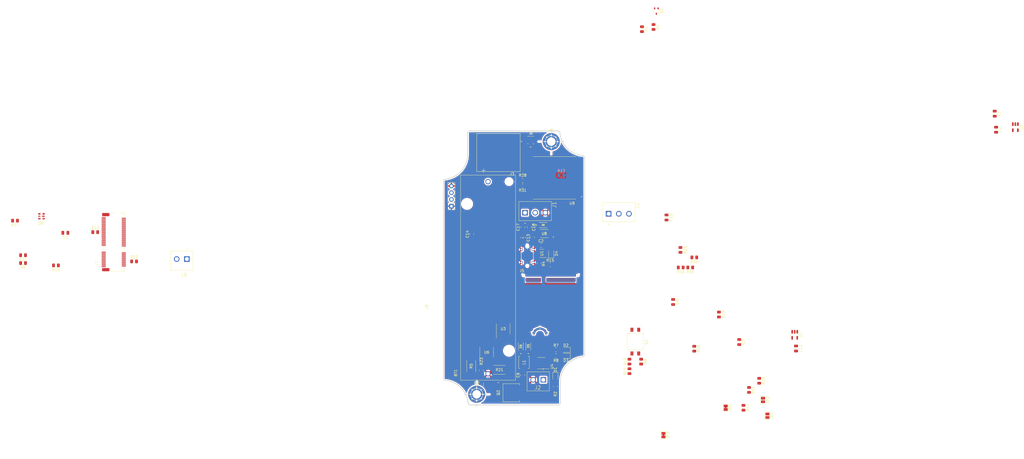
<source format=kicad_pcb>
(kicad_pcb (version 20211014) (generator pcbnew)
  (layers (0 "F.Cu" signal) (31 "B.Cu" signal) (34 "B.Paste" user) (35 "F.Paste" user) (36 "B.SilkS" user "B.Silkscreen") (37 "F.SilkS" user "F.Silkscreen") (38 "B.Mask" user) (39 "F.Mask" user) (44 "Edge.Cuts" user))
  (net 0 "")
  (net 1 "BAT(+)")
  (net 2 "GND")
  (net 3 "+12V")
  (net 4 "VBUS")
  (net 5 "Net-(C3-Pad1)")
  (net 6 "+5VP")
  (net 7 "VBAT")
  (net 8 "Net-(C6-Pad1)")
  (net 9 "Net-(C6-Pad2)")
  (net 10 "Net-(C14-Pad1)")
  (net 11 "+3.3V")
  (net 12 "Net-(C17-Pad2)")
  (net 13 "Net-(D1-Pad1)")
  (net 14 "Net-(D1-Pad2)")
  (net 15 "Net-(D2-Pad1)")
  (net 16 "Net-(D2-Pad2)")
  (net 17 "Net-(D3-Pad1)")
  (net 18 "Net-(D3-Pad2)")
  (net 19 "Net-(D4-Pad1)")
  (net 21 "PDM_DATA")
  (net 23 "PDM_CLK")
  (net 24 "Net-(J1-Pad2)")
  (net 26 "SPI_CS")
  (net 27 "SPI_MOSI")
  (net 28 "SPI_SCK")
  (net 29 "SPI_MISO")
  (net 31 "D1")
  (net 40 "USB_D+")
  (net 42 "USB_D-")
  (net 50 "I2C_SDA")
  (net 51 "D0")
  (net 53 "RESET")
  (net 54 "3.3V_EN")
  (net 55 "BOOT")
  (net 56 "RTS1")
  (net 57 "I2C_SCL")
  (net 58 "CTS1")
  (net 59 "I2C_INT")
  (net 60 "TX1")
  (net 61 "RX1")
  (net 62 "RX2")
  (net 63 "SWDCLK")
  (net 64 "TX2")
  (net 65 "SWDIO")
  (net 66 "PWM0")
  (net 67 "A0")
  (net 70 "A1")
  (net 71 "GPIO0")
  (net 72 "CAN_RX")
  (net 73 "GPIO1")
  (net 74 "CAN_TX")
  (net 75 "GPIO2")
  (net 76 "GPIO3")
  (net 77 "PWM1")
  (net 78 "GPIO4")
  (net 79 "BATT_VIN{slash}3")
  (net 80 "I2C_SDA1")
  (net 81 "I2C_SCL1")
  (net 85 "SPI_SCK1{slash}SDIO_CLK")
  (net 86 "SPI_MOSI1{slash}SDIO_CMD")
  (net 87 "GPIO10{slash}NFC2")
  (net 88 "SPI_MISO1{slash}SDIO_DATA0")
  (net 89 "GPIO9{slash}NFC1")
  (net 90 "SDIO_DATA1")
  (net 91 "GPIO8")
  (net 92 "SDIO_DATA2")
  (net 93 "GPIO7")
  (net 94 "SPI_CS1{slash}SDIO_DATA3")
  (net 95 "GPIO6")
  (net 96 "GPIO5")
  (net 97 "Net-(JP1-Pad1)")
  (net 98 "Net-(JP2-Pad1)")
  (net 100 "Net-(JP4-Pad1)")
  (net 101 "Net-(L1-Pad2)")
  (net 102 "Net-(D9-Pad2)")
  (net 103 "Net-(Q2-Pad3)")
  (net 104 "Net-(R4-Pad2)")
  (net 105 "Net-(R9-Pad1)")
  (net 106 "Net-(R10-Pad1)")
  (net 107 "Net-(R12-Pad1)")
  (net 108 "Net-(R15-Pad1)")
  (net 109 "Net-(R18-Pad1)")
  (net 110 "Net-(R18-Pad2)")
  (net 111 "Net-(R23-Pad2)")
  (net 112 "Net-(R30-Pad2)")
  (net 119 "Net-(J6-Pad1)")
  (footprint "Resistor_SMD:R_0805_2012Metric" (layer "F.Cu") (at 132 140.9125 -90)
    (fp_text reference "R9" (at 0 -1.65 90) (layer "F.SilkS"))
    (fp_text value "23K")
    (pad "1" smd roundrect (at -0.9125 0 270) (size 1.025 1.4) (layers "F.Cu" "F.Paste" "F.Mask") (roundrect_rratio 0.243902) (net 105 "Net-(R9-Pad1)"))
    (pad "2" smd roundrect (at 0.9125 0 270) (size 1.025 1.4) (layers "F.Cu" "F.Paste" "F.Mask") (roundrect_rratio 0.243902) (net 106 "Net-(R10-Pad1)"))
  )
  (footprint "Capacitor_SMD:C_0805_2012Metric" (layer "F.Cu") (at 264.76 47.7185 -90)
    (fp_text reference "C1" (at 0 -1.68 90) (layer "F.SilkS"))
    (fp_text value "1uF")
    (pad "1" smd roundrect (at -0.95 0 270) (size 1 1.45) (layers "F.Cu" "F.Paste" "F.Mask") (net 3 "+12V"))
    (pad "2" smd roundrect (at 0.95 0 270) (size 1 1.45) (layers "F.Cu" "F.Paste" "F.Mask") (net 2 "GND"))
  )
  (footprint "Resistor_SMD:R_0805_2012Metric" (layer "F.Cu") (at -100.101 103.872 180)
    (fp_text reference "R6" (at 0 -1.65) (layer "F.SilkS"))
    (fp_text value "4.7K")
    (pad "1" smd roundrect (at -0.9125 0 180) (size 1.025 1.4) (layers "F.Cu" "F.Paste" "F.Mask") (roundrect_rratio 0.243902) (net 31 "D1"))
    (pad "2" smd roundrect (at 0.9125 0 180) (size 1.025 1.4) (layers "F.Cu" "F.Paste" "F.Mask") (roundrect_rratio 0.243902) (net 11 "+3.3V"))
  )
  (footprint "MIC2145BMM:MIC2145BMM" (layer "F.Cu") (at 95.6 92.8 180)
    (fp_text reference "U8" (at 0 0) (layer "F.SilkS"))
    (fp_text value "MIC2145BMM")
    (pad "1" smd roundrect locked (at -2.105 -0.975 180) (size 1.5 0.49) (layers "F.Cu" "F.Paste" "F.Mask") (roundrect_rratio 0.12) (net 96 "GPIO5"))
    (pad "2" smd roundrect locked (at -2.105 -0.325 180) (size 1.5 0.49) (layers "F.Cu" "F.Paste" "F.Mask") (roundrect_rratio 0.12) (net 10 "Net-(C14-Pad1)"))
    (pad "3" smd roundrect locked (at -2.105 0.325 180) (size 1.5 0.49) (layers "F.Cu" "F.Paste" "F.Mask") (roundrect_rratio 0.12) (net 112 "Net-(R30-Pad2)"))
    (pad "4" smd roundrect locked (at -2.105 0.975 180) (size 1.5 0.49) (layers "F.Cu" "F.Paste" "F.Mask") (roundrect_rratio 0.12) (net 2 "GND"))
    (pad "5" smd roundrect locked (at 2.105 0.975) (size 1.5 0.49) (layers "F.Cu" "F.Paste" "F.Mask") (roundrect_rratio 0.12) (net 102 "Net-(D9-Pad2)"))
    (pad "6" smd roundrect locked (at 2.105 0.325) (size 1.5 0.49) (layers "F.Cu" "F.Paste" "F.Mask") (roundrect_rratio 0.12) (net 7 "VBAT"))
    (pad "7" smd roundrect locked (at 2.105 -0.325) (size 1.5 0.49) (layers "F.Cu" "F.Paste" "F.Mask") (roundrect_rratio 0.12) (net 12 "Net-(C17-Pad2)"))
    (pad "8" smd roundrect locked (at 2.105 -0.975) (size 1.5 0.49) (layers "F.Cu" "F.Paste" "F.Mask") (roundrect_rratio 0.12) (net 2 "GND"))
  )
  (footprint "Jumper:SolderJumper-2_P1.3mm_Bridged_Pad1.0x1.5mm" (layer "F.Cu") (at 140.3762 168.5518 -90)
    (fp_text reference "JP3" (at 0 -1.8 90) (layer "F.SilkS"))
    (fp_text value "SJ(Clsd)")
    (fp_poly (pts (xy -0.25 -0.3) (xy 0.25 -0.3) (xy 0.25 0.3) (xy -0.25 0.3)) (layer "F.Cu") (width 0) (fill solid))
    (pad "1" smd rect (at -0.65 0 270) (size 1 1.5) (layers "F.Cu" "F.Mask"))
    (pad "2" smd rect (at 0.65 0 270) (size 1 1.5) (layers "F.Cu" "F.Mask") (net 11 "+3.3V"))
  )
  (footprint "Resistor_SMD:R_0805_2012Metric" (layer "F.Cu") (at 100 138.75)
    (fp_text reference "R8" (at 0 1.75) (layer "F.SilkS"))
    (fp_text value "4.7K")
    (pad "1" smd roundrect (at -0.9125 0) (size 1.025 1.4) (layers "F.Cu" "F.Paste" "F.Mask") (roundrect_rratio 0.243902) (net 5 "Net-(C3-Pad1)"))
    (pad "2" smd roundrect (at 0.9125 0) (size 1.025 1.4) (layers "F.Cu" "F.Paste" "F.Mask") (roundrect_rratio 0.243902) (net 18 "Net-(D3-Pad2)"))
  )
  (footprint "Resistor_SMD:R_2512_6332Metric" (layer "F.Cu") (at 78.8 144 180)
    (fp_text reference "R21" (at 0 0) (layer "F.SilkS"))
    (fp_text value "0.1")
    (pad "1" smd roundrect (at -2.9625 0 180) (size 1.225 3.35) (layers "F.Cu" "F.Paste" "F.Mask") (roundrect_rratio 0.204082) (net 101 "Net-(L1-Pad2)"))
    (pad "2" smd roundrect (at 2.9625 0 180) (size 1.225 3.35) (layers "F.Cu" "F.Paste" "F.Mask") (roundrect_rratio 0.204082) (net 7 "VBAT"))
  )
  (footprint "Capacitor_SMD:C_0805_2012Metric" (layer "F.Cu") (at 265.268 53.7383 -90)
    (fp_text reference "C4" (at 0 -1.68 90) (layer "F.SilkS"))
    (fp_text value "1uF")
    (pad "1" smd roundrect (at -0.95 0 270) (size 1 1.45) (layers "F.Cu" "F.Paste" "F.Mask") (net 6 "+5VP"))
    (pad "2" smd roundrect (at 0.95 0 270) (size 1 1.45) (layers "F.Cu" "F.Paste" "F.Mask") (net 2 "GND"))
  )
  (footprint "RFM95W-915S2:XCVR_RFM95W-915S2" (layer "F.Cu") (at 99.4125 71.8625 180)
    (fp_text reference "U9" (at -6.63079 -9.54026) (layer "F.SilkS"))
    (fp_text value "RFM95W-915S2")
    (pad "1" smd rect locked (at -7.7 -7 180) (size 3 1.4) (layers "F.Cu" "F.Paste" "F.Mask") (net 2 "GND"))
    (pad "2" smd rect locked (at -7.7 -5 180) (size 3 1.4) (layers "F.Cu" "F.Paste" "F.Mask") (net 29 "SPI_MISO"))
    (pad "3" smd rect locked (at -7.7 -3 180) (size 3 1.4) (layers "F.Cu" "F.Paste" "F.Mask") (net 27 "SPI_MOSI"))
    (pad "4" smd rect locked (at -7.7 -1 180) (size 3 1.4) (layers "F.Cu" "F.Paste" "F.Mask") (net 28 "SPI_SCK"))
    (pad "5" smd rect locked (at -7.7 1 180) (size 3 1.4) (layers "F.Cu" "F.Paste" "F.Mask") (net 71 "GPIO0"))
    (pad "6" smd rect locked (at -7.7 3 180) (size 3 1.4) (layers "F.Cu" "F.Paste" "F.Mask") (net 73 "GPIO1"))
    (pad "7" smd rect locked (at -7.7 5 180) (size 3 1.4) (layers "F.Cu" "F.Paste" "F.Mask"))
    (pad "8" smd rect locked (at -7.7 7 180) (size 3 1.4) (layers "F.Cu" "F.Paste" "F.Mask") (net 2 "GND"))
    (pad "9" smd rect locked (at 7.7 7 180) (size 3 1.4) (layers "F.Cu" "F.Paste" "F.Mask") (net 119 "Net-(J6-Pad1)"))
    (pad "10" smd rect locked (at 7.7 5 180) (size 3 1.4) (layers "F.Cu" "F.Paste" "F.Mask") (net 2 "GND"))
    (pad "11" smd rect locked (at 7.7 3 180) (size 3 1.4) (layers "F.Cu" "F.Paste" "F.Mask"))
    (pad "12" smd rect locked (at 7.7 1 180) (size 3 1.4) (layers "F.Cu" "F.Paste" "F.Mask"))
    (pad "13" smd rect locked (at 7.7 -1 180) (size 3 1.4) (layers "F.Cu" "F.Paste" "F.Mask") (net 11 "+3.3V"))
    (pad "14" smd rect locked (at 7.7 -3 180) (size 3 1.4) (layers "F.Cu" "F.Paste" "F.Mask") (net 75 "GPIO2"))
    (pad "15" smd rect locked (at 7.7 -5 180) (size 3 1.4) (layers "F.Cu" "F.Paste" "F.Mask") (net 76 "GPIO3"))
    (pad "16" smd rect locked (at 7.7 -7 180) (size 3 1.4) (layers "F.Cu" "F.Paste" "F.Mask") (net 78 "GPIO4"))
  )
  (footprint "Resistor_SMD:R_0805_2012Metric" (layer "F.Cu") (at 146.8532 105.5348 180)
    (fp_text reference "R33" (at 0 -1.65) (layer "F.SilkS"))
    (fp_text value "50K")
    (pad "1" smd roundrect (at -0.9125 0 180) (size 1.025 1.4) (layers "F.Cu" "F.Paste" "F.Mask") (roundrect_rratio 0.243902) (net 12 "Net-(C17-Pad2)"))
    (pad "2" smd roundrect (at 0.9125 0 180) (size 1.025 1.4) (layers "F.Cu" "F.Paste" "F.Mask") (roundrect_rratio 0.243902) (net 3 "+12V"))
  )
  (footprint "Resistor_SMD:R_0805_2012Metric" (layer "F.Cu") (at 87.5 72.8625 180)
    (fp_text reference "R28" (at 0 2) (layer "F.SilkS"))
    (fp_text value "100K")
    (pad "1" smd roundrect (at -0.9125 0 180) (size 1.025 1.4) (layers "F.Cu" "F.Paste" "F.Mask") (roundrect_rratio 0.243902) (net 71 "GPIO0"))
    (pad "2" smd roundrect (at 0.9125 0 180) (size 1.025 1.4) (layers "F.Cu" "F.Paste" "F.Mask") (roundrect_rratio 0.243902) (net 11 "+3.3V"))
  )
  (footprint "Resistor_SMD:R_0805_2012Metric" (layer "F.Cu") (at 127.6 140.9125 -90)
    (fp_text reference "R12" (at 0 1.6 90) (layer "F.SilkS"))
    (fp_text value "53.6K")
    (pad "1" smd roundrect (at -0.9125 0 270) (size 1.025 1.4) (layers "F.Cu" "F.Paste" "F.Mask") (roundrect_rratio 0.243902) (net 107 "Net-(R12-Pad1)"))
    (pad "2" smd roundrect (at 0.9125 0 270) (size 1.025 1.4) (layers "F.Cu" "F.Paste" "F.Mask") (roundrect_rratio 0.243902) (net 106 "Net-(R10-Pad1)"))
  )
  (footprint "Connector_PinHeader_2.54mm:PinHeader_1x04_P2.54mm_Vertical" (layer "F.Cu") (at 60.75 82.5 180)
    (fp_text reference "J8" (at 9.295 -37.8035 90) (layer "F.SilkS"))
    (fp_text value "Conn_01x04_Male")
    (pad "1" thru_hole rect (at 0 0 180) (size 1.7 1.7) (drill 1) (layers *.Cu *.Mask) (net 11 "+3.3V"))
    (pad "2" thru_hole oval (at 0 2.54 180) (size 1.7 1.7) (drill 1) (layers *.Cu *.Mask) (net 63 "SWDCLK"))
    (pad "3" thru_hole oval (at 0 5.08 180) (size 1.7 1.7) (drill 1) (layers *.Cu *.Mask) (net 65 "SWDIO"))
    (pad "4" thru_hole oval (at 0 7.62 180) (size 1.7 1.7) (drill 1) (layers *.Cu *.Mask) (net 2 "GND"))
  )
  (footprint "Package_SO:MSOP-12-1EP_3x4mm_P0.65mm_EP1.65x2.85mm" (layer "F.Cu") (at 94.5 141.5 180)
    (fp_text reference "U4" (at -4 -1.25 90) (layer "F.SilkS"))
    (fp_text value "LT3652IMSE")
    (pad "1" smd roundrect (at -2.15 -1.625 180) (size 1.45 0.4) (layers "F.Cu" "F.Paste" "F.Mask") (net 5 "Net-(C3-Pad1)"))
    (pad "2" smd roundrect (at -2.15 -0.975 180) (size 1.45 0.4) (layers "F.Cu" "F.Paste" "F.Mask") (net 106 "Net-(R10-Pad1)"))
    (pad "3" smd roundrect (at -2.15 -0.325 180) (size 1.45 0.4) (layers "F.Cu" "F.Paste" "F.Mask") (net 5 "Net-(C3-Pad1)"))
    (pad "4" smd roundrect (at -2.15 0.325 180) (size 1.45 0.4) (layers "F.Cu" "F.Paste" "F.Mask") (net 15 "Net-(D2-Pad1)"))
    (pad "5" smd roundrect (at -2.15 0.975 180) (size 1.45 0.4) (layers "F.Cu" "F.Paste" "F.Mask") (net 17 "Net-(D3-Pad1)"))
    (pad "6" smd roundrect (at -2.15 1.625 180) (size 1.45 0.4) (layers "F.Cu" "F.Paste" "F.Mask") (net 2 "GND"))
    (pad "7" smd roundrect (at 2.15 1.625 180) (size 1.45 0.4) (layers "F.Cu" "F.Paste" "F.Mask") (net 110 "Net-(R18-Pad2)"))
    (pad "8" smd roundrect (at 2.15 0.975 180) (size 1.45 0.4) (layers "F.Cu" "F.Paste" "F.Mask"))
    (pad "9" smd roundrect (at 2.15 0.325 180) (size 1.45 0.4) (layers "F.Cu" "F.Paste" "F.Mask") (net 7 "VBAT"))
    (pad "10" smd roundrect (at 2.15 -0.325 180) (size 1.45 0.4) (layers "F.Cu" "F.Paste" "F.Mask") (net 101 "Net-(L1-Pad2)"))
    (pad "11" smd roundrect (at 2.15 -0.975 180) (size 1.45 0.4) (layers "F.Cu" "F.Paste" "F.Mask") (net 9 "Net-(C6-Pad2)"))
    (pad "12" smd roundrect (at 2.15 -1.625 180) (size 1.45 0.4) (layers "F.Cu" "F.Paste" "F.Mask") (net 8 "Net-(C6-Pad1)"))
    (pad "13" smd rect (at 0 0 180) (size 1.65 2.85) (layers "F.Cu" "F.Mask") (net 2 "GND"))
  )
  (footprint "Resistor_SMD:R_0805_2012Metric" (layer "F.Cu") (at -73 92.25)
    (fp_text reference "R13" (at 0 -1.65) (layer "F.SilkS"))
    (fp_text value "4.7K")
    (pad "1" smd roundrect (at -0.9125 0) (size 1.025 1.4) (layers "F.Cu" "F.Paste" "F.Mask") (roundrect_rratio 0.243902) (net 11 "+3.3V"))
    (pad "2" smd roundrect (at 0.9125 0) (size 1.025 1.4) (layers "F.Cu" "F.Paste" "F.Mask") (roundrect_rratio 0.243902) (net 81 "I2C_SCL1"))
  )
  (footprint "DS04-254-2-02BK-SMT:SW_DS04-254-2-02BK-SMT" (layer "F.Cu") (at 129.8 133.4 -90)
    (fp_text reference "S1" (at 0.175 -4.155 90) (layer "F.SilkS"))
    (fp_text value "DS04-254-2-02BK-SMT")
    (pad "1A" smd rect locked (at -4.45 -1.27 270) (size 1.5 1.1) (layers "F.Cu" "F.Paste" "F.Mask") (net 5 "Net-(C3-Pad1)"))
    (pad "1B" smd rect locked (at 4.45 -1.27 90) (size 1.5 1.1) (layers "F.Cu" "F.Paste" "F.Mask") (net 105 "Net-(R9-Pad1)"))
    (pad "2A" smd rect locked (at -4.45 1.27 270) (size 1.5 1.1) (layers "F.Cu" "F.Paste" "F.Mask") (net 5 "Net-(C3-Pad1)"))
    (pad "2B" smd rect locked (at 4.45 1.27 90) (size 1.5 1.1) (layers "F.Cu" "F.Paste" "F.Mask") (net 107 "Net-(R12-Pad1)"))
  )
  (footprint "Package_TO_SOT_SMD:SOT-23-5" (layer "F.Cu") (at 272.507 52.7985 -90)
    (fp_text reference "U2" (at 0 -2.4 90) (layer "F.SilkS"))
    (fp_text value "NCP718xSN500")
    (pad "1" smd roundrect (at -1.1375 -0.95 270) (size 1.325 0.6) (layers "F.Cu" "F.Paste" "F.Mask") (net 3 "+12V"))
    (pad "2" smd roundrect (at -1.1375 0 270) (size 1.325 0.6) (layers "F.Cu" "F.Paste" "F.Mask") (net 2 "GND"))
    (pad "3" smd roundrect (at -1.1375 0.95 270) (size 1.325 0.6) (layers "F.Cu" "F.Paste" "F.Mask") (net 3 "+12V"))
    (pad "4" smd roundrect (at 1.1375 0.95 270) (size 1.325 0.6) (layers "F.Cu" "F.Paste" "F.Mask"))
    (pad "5" smd roundrect (at 1.1375 -0.95 270) (size 1.325 0.6) (layers "F.Cu" "F.Paste" "F.Mask") (net 6 "+5VP"))
  )
  (footprint "MountingHole:MountingHole_3.2mm_M3_Pad_Via" (layer "F.Cu") (at 98.240617 58.210605)
    (fp_text reference "H1" (at 0 -4.2) (layer "F.SilkS"))
    (fp_text value "MountingHole")
    (pad "1" thru_hole circle locked (at 0 -2.4) (size 0.8 0.8) (drill 0.5) (layers *.Cu *.Mask))
    (pad "1" thru_hole circle locked (at -1.697056 1.697056) (size 0.8 0.8) (drill 0.5) (layers *.Cu *.Mask))
    (pad "1" thru_hole circle locked (at 2.4 0) (size 0.8 0.8) (drill 0.5) (layers *.Cu *.Mask))
    (pad "1" thru_hole circle locked (at -2.4 0) (size 0.8 0.8) (drill 0.5) (layers *.Cu *.Mask))
    (pad "1" thru_hole circle locked (at 1.697056 -1.697056) (size 0.8 0.8) (drill 0.5) (layers *.Cu *.Mask))
    (pad "1" thru_hole circle locked (at 0 0) (size 6.4 6.4) (drill 3.2) (layers *.Cu *.Mask))
    (pad "1" thru_hole circle locked (at -1.697056 -1.697056) (size 0.8 0.8) (drill 0.5) (layers *.Cu *.Mask))
    (pad "1" thru_hole circle locked (at 1.697056 1.697056) (size 0.8 0.8) (drill 0.5) (layers *.Cu *.Mask))
    (pad "1" thru_hole circle locked (at 0 2.4) (size 0.8 0.8) (drill 0.5) (layers *.Cu *.Mask))
  )
  (footprint "Package_TO_SOT_SMD:SOT-23-5" (layer "F.Cu") (at 94.679 100.25 180)
    (fp_text reference "U1" (at 0 0 90) (layer "F.SilkS"))
    (fp_text value "MCP73832-2-OT")
    (pad "1" smd roundrect (at -1.1375 -0.95 180) (size 1.325 0.6) (layers "F.Cu" "F.Paste" "F.Mask") (net 108 "Net-(R15-Pad1)"))
    (pad "2" smd roundrect (at -1.1375 0 180) (size 1.325 0.6) (layers "F.Cu" "F.Paste" "F.Mask") (net 2 "GND"))
    (pad "3" smd roundrect (at -1.1375 0.95 180) (size 1.325 0.6) (layers "F.Cu" "F.Paste" "F.Mask") (net 7 "VBAT"))
    (pad "4" smd roundrect (at 1.1375 0.95 180) (size 1.325 0.6) (layers "F.Cu" "F.Paste" "F.Mask") (net 4 "VBUS"))
    (pad "5" smd roundrect (at 1.1375 -0.95 180) (size 1.325 0.6) (layers "F.Cu" "F.Paste" "F.Mask") (net 104 "Net-(R4-Pad2)"))
  )
  (footprint "Capacitor_SMD:C_0805_2012Metric" (layer "F.Cu") (at 141.5192 86.7388 -90)
    (fp_text reference "C15" (at 0 -1.68 90) (layer "F.SilkS"))
    (fp_text value "1uF")
    (pad "1" smd roundrect (at -0.95 0 270) (size 1 1.45) (layers "F.Cu" "F.Paste" "F.Mask") (net 11 "+3.3V"))
    (pad "2" smd roundrect (at 0.95 0 270) (size 1 1.45) (layers "F.Cu" "F.Paste" "F.Mask") (net 2 "GND"))
  )
  (footprint "CONUFL001-SMD-T:LINX_CONUFL001-SMD-T" (layer "F.Cu") (at 90.5 57.6375)
    (fp_text reference "J6" (at 0.04 -2.508) (layer "F.SilkS") (effects (font (size 0.8 0.8))))
    (fp_text value "CONUFL001-SMD-T")
    (pad "1" smd rect locked (at 0 1.525) (size 1 1.05) (layers "F.Cu" "F.Paste" "F.Mask") (net 119 "Net-(J6-Pad1)"))
    (pad "2" smd rect locked (at -1.475 0) (size 1.05 2.2) (layers "F.Cu" "F.Paste" "F.Mask") (net 2 "GND"))
    (pad "3" smd rect locked (at 1.475 0) (size 1.05 2.2) (layers "F.Cu" "F.Paste" "F.Mask") (net 2 "GND"))
  )
  (footprint "Capacitor_SMD:C_0805_2012Metric" (layer "F.Cu") (at 87.6 90.4 -90)
    (fp_text reference "C17" (at 0 1.8 90) (layer "F.SilkS"))
    (fp_text value "100pF")
    (pad "1" smd roundrect (at -0.95 0 270) (size 1 1.45) (layers "F.Cu" "F.Paste" "F.Mask") (net 3 "+12V"))
    (pad "2" smd roundrect (at 0.95 0 270) (size 1 1.45) (layers "F.Cu" "F.Paste" "F.Mask") (net 12 "Net-(C17-Pad2)"))
  )
  (footprint "Resistor_SMD:R_0805_2012Metric" (layer "F.Cu") (at 132.299 15.945 -90)
    (fp_text reference "R3" (at 0 -1.65 90) (layer "F.SilkS"))
    (fp_text value "10K")
    (pad "1" smd roundrect (at -0.9125 0 270) (size 1.025 1.4) (layers "F.Cu" "F.Paste" "F.Mask") (roundrect_rratio 0.243902) (net 11 "+3.3V"))
    (pad "2" smd roundrect (at 0.9125 0 270) (size 1.025 1.4) (layers "F.Cu" "F.Paste" "F.Mask") (roundrect_rratio 0.243902) (net 51 "D0"))
  )
  (footprint "Resistor_SMD:R_0805_2012Metric" (layer "F.Cu") (at -103.1125 87.924 180)
    (fp_text reference "R17" (at 0 -1.65) (layer "F.SilkS"))
    (fp_text value "4.7K")
    (pad "1" smd roundrect (at -0.9125 0 180) (size 1.025 1.4) (layers "F.Cu" "F.Paste" "F.Mask") (roundrect_rratio 0.243902) (net 11 "+3.3V"))
    (pad "2" smd roundrect (at 0.9125 0 180) (size 1.025 1.4) (layers "F.Cu" "F.Paste" "F.Mask") (roundrect_rratio 0.243902) (net 50 "I2C_SDA"))
  )
  (footprint "AOD417:DPAK228P994X240_3N" (layer "F.Cu") (at 82.16 152.6 -90)
    (fp_text reference "Q2" (at 0 3.8 90) (layer "F.SilkS"))
    (fp_text value "AOD417")
    (pad "1" smd roundrect locked (at -2.286 4.09 180) (size 3.02 0.97) (layers "F.Cu" "F.Paste" "F.Mask") (roundrect_rratio 0.24) (net 2 "GND"))
    (pad "3" smd roundrect locked (at 2.286 4.09 180) (size 3.02 0.97) (layers "F.Cu" "F.Paste" "F.Mask") (roundrect_rratio 0.24) (net 103 "Net-(Q2-Pad3)"))
    (pad "4" smd rect locked (at 0 -2.44) (size 6.32 5.09) (layers "F.Cu" "F.Mask") (net 13 "Net-(D1-Pad1)"))
  )
  (footprint "Jumper:SolderJumper-2_P1.3mm_Open_Pad1.0x1.5mm" (layer "F.Cu") (at 177.7396 155.3288 -90)
    (fp_text reference "JP2" (at 0 -1.8 90) (layer "F.SilkS"))
    (fp_text value "SJ(Open)")
    (pad "1" smd rect (at -0.65 0 270) (size 1 1.5) (layers "F.Cu" "F.Mask") (net 98 "Net-(JP2-Pad1)"))
    (pad "2" smd rect (at 0.65 0 270) (size 1 1.5) (layers "F.Cu" "F.Mask") (net 11 "+3.3V"))
  )
  (footprint "Resistor_SMD:R_0805_2012Metric" (layer "F.Cu") (at 176.3172 148.1048 -90)
    (fp_text reference "R20" (at 0 -1.65 90) (layer "F.SilkS"))
    (fp_text value "330K")
    (pad "1" smd roundrect (at -0.9125 0 270) (size 1.025 1.4) (layers "F.Cu" "F.Paste" "F.Mask") (roundrect_rratio 0.243902) (net 2 "GND"))
    (pad "2" smd roundrect (at 0.9125 0 270) (size 1.025 1.4) (layers "F.Cu" "F.Paste" "F.Mask") (roundrect_rratio 0.243902) (net 109 "Net-(R18-Pad1)"))
  )
  (footprint "LED_SMD:LED_0805_2012Metric" (layer "F.Cu") (at 98.179 100.25 90)
    (fp_text reference "D4" (at 0 2 90) (layer "F.SilkS"))
    (fp_text value "LED")
    (pad "1" smd roundrect (at -0.9375 0 90) (size 0.975 1.4) (layers "F.Cu" "F.Paste" "F.Mask") (net 19 "Net-(D4-Pad1)"))
    (pad "2" smd roundrect (at 0.9375 0 90) (size 0.975 1.4) (layers "F.Cu" "F.Paste" "F.Mask") (net 4 "VBUS"))
  )
  (footprint "Jumper:SolderJumper-2_P1.3mm_Bridged_Pad1.0x1.5mm" (layer "F.Cu") (at 163.7442 158.2648 -90)
    (fp_text reference "JP4" (at 0 -1.8 90) (layer "F.SilkS"))
    (fp_text value "SJ(Clsd)")
    (fp_poly (pts (xy -0.25 -0.3) (xy 0.25 -0.3) (xy 0.25 0.3) (xy -0.25 0.3)) (layer "F.Cu") (width 0) (fill solid))
    (pad "1" smd rect (at -0.65 0 270) (size 1 1.5) (layers "F.Cu" "F.Mask") (net 100 "Net-(JP4-Pad1)"))
    (pad "2" smd rect (at 0.65 0 270) (size 1 1.5) (layers "F.Cu" "F.Mask") (net 11 "+3.3V"))
  )
  (footprint "Resistor_SMD:R_0805_2012Metric" (layer "F.Cu") (at -100.101 100.922 180)
    (fp_text reference "R24" (at 0 -1.65) (layer "F.SilkS"))
    (fp_text value "10K")
    (pad "1" smd roundrect (at -0.9125 0 180) (size 1.025 1.4) (layers "F.Cu" "F.Paste" "F.Mask") (roundrect_rratio 0.243902) (net 2 "GND"))
    (pad "2" smd roundrect (at 0.9125 0 180) (size 1.025 1.4) (layers "F.Cu" "F.Paste" "F.Mask") (roundrect_rratio 0.243902) (net 100 "Net-(JP4-Pad1)"))
  )
  (footprint "Resistor_SMD:R_0805_2012Metric" (layer "F.Cu") (at -58.4125 103.25)
    (fp_text reference "R22" (at 0 -1.65) (layer "F.SilkS"))
    (fp_text value "4.7K")
    (pad "1" smd roundrect (at -0.9125 0) (size 1.025 1.4) (layers "F.Cu" "F.Paste" "F.Mask") (roundrect_rratio 0.243902) (net 11 "+3.3V"))
    (pad "2" smd roundrect (at 0.9125 0) (size 1.025 1.4) (layers "F.Cu" "F.Paste" "F.Mask") (roundrect_rratio 0.243902) (net 57 "I2C_SCL"))
  )
  (footprint "Capacitor_SMD:C_0805_2012Metric" (layer "F.Cu") (at -84.221 92.502 180)
    (fp_text reference "C5" (at 0 -1.68) (layer "F.SilkS"))
    (fp_text value "4.7uF")
    (pad "1" smd roundrect (at -0.95 0 180) (size 1 1.45) (layers "F.Cu" "F.Paste" "F.Mask") (net 7 "VBAT"))
    (pad "2" smd roundrect (at 0.95 0 180) (size 1 1.45) (layers "F.Cu" "F.Paste" "F.Mask") (net 2 "GND"))
  )
  (footprint "Package_TO_SOT_SMD:SOT-23-5" (layer "F.Cu") (at 189.6522 130.8328 -90)
    (fp_text reference "U7" (at 0 -2.4 90) (layer "F.SilkS"))
    (fp_text value "LD39015M33R")
    (pad "1" smd roundrect (at -1.1375 -0.95 270) (size 1.325 0.6) (layers "F.Cu" "F.Paste" "F.Mask") (net 7 "VBAT"))
    (pad "2" smd roundrect (at -1.1375 0 270) (size 1.325 0.6) (layers "F.Cu" "F.Paste" "F.Mask") (net 2 "GND"))
    (pad "3" smd roundrect (at -1.1375 0.95 270) (size 1.325 0.6) (layers "F.Cu" "F.Paste" "F.Mask") (net 7 "VBAT"))
    (pad "4" smd roundrect (at 1.1375 0.95 270) (size 1.325 0.6) (layers "F.Cu" "F.Paste" "F.Mask"))
    (pad "5" smd roundrect (at 1.1375 -0.95 270) (size 1.325 0.6) (layers "F.Cu" "F.Paste" "F.Mask") (net 11 "+3.3V"))
  )
  (footprint "SS34LW_RVG:SODFL3718X102N" (layer "F.Cu") (at 89.6 135.2 90)
    (fp_text reference "D5" (at 0.135 0 90) (layer "F.SilkS") (effects (font (size 0.787402 0.787402))))
    (fp_text value "SS34LW_RVG")
    (pad "A" smd rect locked (at 1.575 0 90) (size 1.08 1.09) (layers "F.Cu" "F.Paste" "F.Mask") (net 2 "GND"))
    (pad "C" smd rect locked (at -1.575 0 90) (size 1.08 1.09) (layers "F.Cu" "F.Paste" "F.Mask") (net 8 "Net-(C6-Pad1)"))
  )
  (footprint "Resistor_SMD:R_0805_2012Metric" (layer "F.Cu") (at 170.4244 158.2667 -90)
    (fp_text reference "R14" (at 0 -1.65 90) (layer "F.SilkS"))
    (fp_text value "10K")
    (pad "1" smd roundrect (at -0.9125 0 270) (size 1.025 1.4) (layers "F.Cu" "F.Paste" "F.Mask") (roundrect_rratio 0.243902) (net 2 "GND"))
    (pad "2" smd roundrect (at 0.9125 0 270) (size 1.025 1.4) (layers "F.Cu" "F.Paste" "F.Mask") (roundrect_rratio 0.243902) (net 98 "Net-(JP2-Pad1)"))
  )
  (footprint "TBP02R2-381-02BE:CUI_TBP02R2-381-02BE" (layer "F.Cu") (at -38.595 102.3625 180)
    (fp_text reference "J9" (at 1.145 -6.089) (layer "F.SilkS") (effects (font (size 1.4 1.4))))
    (fp_text value "TBP02R2-381-02BE")
    (pad "1" thru_hole rect locked (at 0 0 180) (size 2.1 2.1) (drill 1.4) (layers *.Cu *.Mask) (net 1 "BAT(+)"))
    (pad "2" thru_hole circle locked (at 3.81 0 180) (size 2.1 2.1) (drill 1.4) (layers *.Cu *.Mask) (net 7 "VBAT"))
  )
  (footprint "Capacitor_SMD:C_0805_2012Metric" (layer "F.Cu") (at 68.4 93 90)
    (fp_text reference "C14" (at 0 -1.68 90) (layer "F.SilkS"))
    (fp_text value "0.01uF")
    (pad "1" smd roundrect (at -0.95 0 90) (size 1 1.45) (layers "F.Cu" "F.Paste" "F.Mask") (net 10 "Net-(C14-Pad1)"))
    (pad "2" smd roundrect (at 0.95 0 90) (size 1 1.45) (layers "F.Cu" "F.Paste" "F.Mask") (net 2 "GND"))
  )
  (footprint "TBP02R2-381-03BE:CUI_TBP02R2-381-03BE" (layer "F.Cu") (at 88.39 84.9375)
    (fp_text reference "J1" (at 11 -3 90) (layer "F.SilkS") (effects (font (size 1.4 1.4))))
    (fp_text value "TBP02R2-381-03BE")
    (pad "1" thru_hole rect locked (at 0 0) (size 2.1 2.1) (drill 1.4) (layers *.Cu *.Mask) (net 3 "+12V"))
    (pad "2" thru_hole circle locked (at 3.81 0) (size 2.1 2.1) (drill 1.4) (layers *.Cu *.Mask) (net 24 "Net-(J1-Pad2)"))
    (pad "3" thru_hole circle locked (at 7.62 0) (size 2.1 2.1) (drill 1.4) (layers *.Cu *.Mask) (net 2 "GND"))
  )
  (footprint "SS34LW_RVG:SODFL3718X102N" (layer "F.Cu") (at 86.8 135.2 90)
    (fp_text reference "D6" (at 0 0 90) (layer "F.SilkS") (effects (font (size 0.787402 0.787402))))
    (fp_text value "SS34LW_RVG")
    (pad "A" smd rect locked (at 1.575 0 90) (size 1.08 1.09) (layers "F.Cu" "F.Paste" "F.Mask") (net 7 "VBAT"))
    (pad "C" smd rect locked (at -1.575 0 90) (size 1.08 1.09) (layers "F.Cu" "F.Paste" "F.Mask") (net 9 "Net-(C6-Pad2)"))
  )
  (footprint "Capacitor_SMD:C_0805_2012Metric" (layer "F.Cu") (at 168.8242 133.5608 -90)
    (fp_text reference "C3" (at 0 -1.68 90) (layer "F.SilkS"))
    (fp_text value "10uF")
    (pad "1" smd roundrect (at -0.95 0 270) (size 1 1.45) (layers "F.Cu" "F.Paste" "F.Mask") (net 5 "Net-(C3-Pad1)"))
    (pad "2" smd roundrect (at 0.95 0 270) (size 1 1.45) (layers "F.Cu" "F.Paste" "F.Mask") (net 2 "GND"))
  )
  (footprint "Resistor_SMD:R_0805_2012Metric" (layer "F.Cu") (at 151.9492 101.7493 180)
    (fp_text reference "R30" (at 0 -1.65) (layer "F.SilkS"))
    (fp_text value "10K")
    (pad "1" smd roundrect (at -0.9125 0 180) (size 1.025 1.4) (layers "F.Cu" "F.Paste" "F.Mask") (roundrect_rratio 0.243902) (net 2 "GND"))
    (pad "2" smd roundrect (at 0.9125 0 180) (size 1.025 1.4) (layers "F.Cu" "F.Paste" "F.Mask") (roundrect_rratio 0.243902) (net 112 "Net-(R30-Pad2)"))
  )
  (footprint "Resistor_SMD:R_0805_2012Metric" (layer "F.Cu") (at 172.5072 151.5573 -90)
    (fp_text reference "R11" (at 0 -1.65 90) (layer "F.SilkS"))
    (fp_text value "10K")
    (pad "1" smd roundrect (at -0.9125 0 270) (size 1.025 1.4) (layers "F.Cu" "F.Paste" "F.Mask") (roundrect_rratio 0.243902) (net 2 "GND"))
    (pad "2" smd roundrect (at 0.9125 0 270) (size 1.025 1.4) (layers "F.Cu" "F.Paste" "F.Mask") (roundrect_rratio 0.243902) (net 97 "Net-(JP1-Pad1)"))
  )
  (footprint "ST1W008S4AR1500:JAE_ST1W008S4AR1500" (layer "F.Cu") (at 78.75 62 180)
    (fp_text reference "J3" (at -4.775 -8.385) (layer "F.SilkS"))
    (fp_text value "ST1W008S4AR1500")
    (pad "1" smd rect locked (at -4 3.85 180) (size 1.8 0.8) (layers "F.Cu" "F.Paste" "F.Mask"))
    (pad "2" smd rect locked (at -4 2.75 180) (size 1.8 0.8) (layers "F.Cu" "F.Paste" "F.Mask") (net 26 "SPI_CS"))
    (pad "3" smd rect locked (at -4 1.65 180) (size 1.8 0.8) (layers "F.Cu" "F.Paste" "F.Mask") (net 27 "SPI_MOSI"))
    (pad "4" smd rect locked (at -4 0.55 180) (size 1.8 0.8) (layers "F.Cu" "F.Paste" "F.Mask") (net 11 "+3.3V"))
    (pad "5" smd rect locked (at -4 -0.55 180) (size 1.8 0.8) (layers "F.Cu" "F.Paste" "F.Mask") (net 28 "SPI_SCK"))
    (pad "6" smd rect locked (at -4 -1.65 180) (size 1.8 0.8) (layers "F.Cu" "F.Paste" "F.Mask") (net 2 "GND"))
    (pad "7" smd rect locked (at -4 -2.75 180) (size 1.8 0.8) (layers "F.Cu" "F.Paste" "F.Mask") (net 29 "SPI_MISO"))
    (pad "8" smd rect locked (at -4 -3.85 180) (size 1.8 0.8) (layers "F.Cu" "F.Paste" "F.Mask"))
    (pad "GND1" smd rect locked (at 7.55 3.3 180) (size 1.2 1.8) (layers "F.Cu" "F.Paste" "F.Mask") (net 2 "GND"))
    (pad "GND2" smd rect locked (at 7.55 -4.05 180) (size 1.2 1.8) (layers "F.Cu" "F.Paste" "F.Mask") (net 2 "GND"))
    (pad "GND3" smd rect locked (at -6 3.25 180) (size 1.4 1.8) (layers "F.Cu" "F.Paste" "F.Mask") (net 2 "GND"))
    (pad "GND4" smd rect locked (at -6 -3.25 180) (size 1.4 1.8) (layers "F.Cu" "F.Paste" "F.Mask") (net 2 "GND"))
  )
  (footprint "Resistor_SMD:R_0805_2012Metric" (layer "F.Cu") (at 99.8 150.2625 -90)
    (fp_text reference "R2" (at 2.8375 0 90) (layer "F.SilkS"))
    (fp_text value "4.7K")
    (pad "1" smd roundrect (at -0.9125 0 270) (size 1.025 1.4) (layers "F.Cu" "F.Paste" "F.Mask") (roundrect_rratio 0.243902) (net 14 "Net-(D1-Pad2)"))
    (pad "2" smd roundrect (at 0.9125 0 270) (size 1.025 1.4) (layers "F.Cu" "F.Paste" "F.Mask") (roundrect_rratio 0.243902) (net 2 "GND"))
  )
  (footprint "Micromod:M.2-CARD-E-22" (layer "F.Cu") (at 97.99975 108.88775 180)
    (fp_text reference "" (at 0 0) (layer "F.SilkS") (effects (font (size 1.27 1.27))))
    (fp_text value "" (at 0 0) (layer "F.SilkS") (effects (font (size 1.27 1.27))))
    (fp_line (start 1.9 -21) (end 1 -21) (layer "F.Cu") (width 0.102))
    (fp_line (start 4 -19.7) (end 4 -19) (layer "F.Cu") (width 0.102))
    (fp_line (start 1.9 -21) (end 1.9 -19.9) (layer "F.Cu") (width 0.102))
    (fp_line (start 6.1 -21) (end 7 -21) (layer "F.Cu") (width 0.102))
    (fp_line (start 6.1 -21) (end 6.1 -19.9) (layer "F.Cu") (width 0.102))
    (fp_poly (pts (xy 3.761 -19.261) (xy 3.523 -19.293) (xy 3.289 -19.345) (xy 3.061 -19.417) (xy 2.839 -19.508) (xy 2.627 -19.618) (xy 2.424 -19.746) (xy 2.234 -19.892) (xy 2.057 -20.053) (xy 1.894 -20.229) (xy 1.747 -20.418) (xy 1.617 -20.619) (xy 1.505 -20.831) (xy 1.412 -21.052) (xy 1.338 -21.279) (xy 1.284 -21.513) (xy 1.25 -21.75) (xy 2.05 -21.75) (xy 2.076 -21.528) (xy 2.128 -21.31) (xy 2.206 -21.1) (xy 2.308 -20.902) (xy 2.434 -20.717) (xy 2.582 -20.548) (xy 2.748 -20.399) (xy 2.931 -20.271) (xy 3.129 -20.165) (xy 3.337 -20.085) (xy 3.554 -20.03) (xy 3.776 -20.001) (xy 4 -20) (xy 4.224 -20.001) (xy 4.446 -20.03) (xy 4.663 -20.085) (xy 4.871 -20.165) (xy 5.069 -20.271) (xy 5.252 -20.399) (xy 5.418 -20.548) (xy 5.566 -20.717) (xy 5.692 -20.902) (xy 5.794 -21.1) (xy 5.872 -21.31) (xy 5.924 -21.528) (xy 5.95 -21.75) (xy 6.75 -21.75) (xy 6.715 -21.514) (xy 6.659 -21.281) (xy 6.584 -21.054) (xy 6.49 -20.834) (xy 6.377 -20.623) (xy 6.247 -20.423) (xy 6.1 -20.234) (xy 5.938 -20.059) (xy 5.761 -19.898) (xy 5.571 -19.753) (xy 5.369 -19.624) (xy 5.157 -19.514) (xy 4.936 -19.422) (xy 4.709 -19.349) (xy 4.476 -19.296) (xy 4.239 -19.263) (xy 4 -19.25)) (layer "F.Cu") (width 0.05) (fill solid))
    (fp_line (start 1.9 -21) (end 1.9 -19.9) (layer "B.Cu") (width 0.102))
    (fp_line (start 1.9 -21) (end 1 -21) (layer "B.Cu") (width 0.102))
    (fp_line (start 6.1 -21) (end 7 -21) (layer "B.Cu") (width 0.102))
    (fp_line (start 6.1 -21) (end 6.1 -19.9) (layer "B.Cu") (width 0.102))
    (fp_line (start 4 -19.7) (end 4 -19) (layer "B.Cu") (width 0.102))
    (fp_poly (pts (xy 4.239 -19.261) (xy 4.477 -19.293) (xy 4.711 -19.345) (xy 4.939 -19.417) (xy 5.161 -19.508) (xy 5.373 -19.618) (xy 5.576 -19.746) (xy 5.766 -19.892) (xy 5.943 -20.053) (xy 6.106 -20.229) (xy 6.253 -20.418) (xy 6.383 -20.619) (xy 6.495 -20.831) (xy 6.588 -21.052) (xy 6.662 -21.279) (xy 6.716 -21.513) (xy 6.75 -21.75) (xy 5.95 -21.75) (xy 5.924 -21.528) (xy 5.872 -21.31) (xy 5.794 -21.1) (xy 5.692 -20.902) (xy 5.566 -20.717) (xy 5.418 -20.548) (xy 5.252 -20.399) (xy 5.069 -20.271) (xy 4.871 -20.165) (xy 4.663 -20.085) (xy 4.446 -20.03) (xy 4.224 -20.001) (xy 4 -20) (xy 3.776 -20.001) (xy 3.554 -20.03) (xy 3.337 -20.085) (xy 3.129 -20.165) (xy 2.931 -20.271) (xy 2.748 -20.399) (xy 2.582 -20.548) (xy 2.434 -20.717) (xy 2.308 -20.902) (xy 2.206 -21.1) (xy 2.128 -21.31) (xy 2.076 -21.528) (xy 2.05 -21.75) (xy 1.25 -21.75) (xy 1.285 -21.514) (xy 1.341 -21.281) (xy 1.416 -21.054) (xy 1.51 -20.834) (xy 1.623 -20.623) (xy 1.753 -20.423) (xy 1.9 -20.234) (xy 2.062 -20.059) (xy 2.239 -19.898) (xy 2.429 -19.753) (xy 2.631 -19.624) (xy 2.843 -19.514) (xy 3.064 -19.422) (xy 3.291 -19.349) (xy 3.524 -19.296) (xy 3.761 -19.263) (xy 4 -19.25)) (layer "B.Cu") (width 0.05) (fill solid))
    (fp_line (start -10.02 0.15) (end -10.02 0.55) (layer "Edge.Cuts") (width 0.102))
    (fp_line (start 9.98 0.15) (end 10.38 0.15) (layer "Edge.Cuts") (width 0.102))
    (fp_line (start -10.62 0.75) (end -10.02 0.15) (layer "Edge.Cuts") (width 0.102))
    (fp_line (start 10.58 0.75) (end 9.98 0.15) (layer "Edge.Cuts") (width 0.102))
    (fp_line (start -10.02 0.15) (end -10.42 0.15) (layer "Edge.Cuts") (width 0.102))
    (fp_line (start 9.98 0.15) (end 9.98 0.55) (layer "Edge.Cuts") (width 0.102))
    (pad "1" smd rect locked (at 9.25 -1.275) (size 0.35 1.45) (layers "F.Cu" "F.Paste" "F.Mask"))
    (pad "2" smd rect locked (at 9 -1.525 180) (size 0.35 1.95) (layers "B.Cu" "B.Paste" "B.Mask"))
    (pad "3" smd rect locked (at 8.75 -1.275) (size 0.35 1.45) (layers "F.Cu" "F.Paste" "F.Mask"))
    (pad "4" smd rect locked (at 8.5 -1.525 180) (size 0.35 1.95) (layers "B.Cu" "B.Paste" "B.Mask"))
    (pad "5" smd rect locked (at 8.25 -1.275) (size 0.35 1.45) (layers "F.Cu" "F.Paste" "F.Mask"))
    (pad "6" smd rect locked (at 8 -1.525 180) (size 0.35 1.95) (layers "B.Cu" "B.Paste" "B.Mask"))
    (pad "7" smd rect locked (at 7.75 -1.275) (size 0.35 1.45) (layers "F.Cu" "F.Paste" "F.Mask"))
    (pad "8" smd rect locked (at 7.5 -1.525 180) (size 0.35 1.95) (layers "B.Cu" "B.Paste" "B.Mask"))
    (pad "9" smd rect locked (at 7.25 -1.275) (size 0.35 1.45) (layers "F.Cu" "F.Paste" "F.Mask"))
    (pad "10" smd rect locked (at 7 -1.525 180) (size 0.35 1.95) (layers "B.Cu" "B.Paste" "B.Mask"))
    (pad "11" smd rect locked (at 6.75 -1.275) (size 0.35 1.45) (layers "F.Cu" "F.Paste" "F.Mask"))
    (pad "12" smd rect locked (at 6.5 -1.525 180) (size 0.35 1.95) (layers "B.Cu" "B.Paste" "B.Mask"))
    (pad "13" smd rect locked (at 6.25 -1.275) (size 0.35 1.45) (layers "F.Cu" "F.Paste" "F.Mask"))
    (pad "14" smd rect locked (at 6 -1.525 180) (size 0.35 1.95) (layers "B.Cu" "B.Paste" "B.Mask"))
    (pad "15" smd rect locked (at 5.75 -1.275) (size 0.35 1.45) (layers "F.Cu" "F.Paste" "F.Mask"))
    (pad "16" smd rect locked (at 5.5 -1.525 180) (size 0.35 1.95) (layers "B.Cu" "B.Paste" "B.Mask"))
    (pad "17" smd rect locked (at 5.25 -1.275) (size 0.35 1.45) (layers "F.Cu" "F.Paste" "F.Mask"))
    (pad "18" smd rect locked (at 5 -1.525 180) (size 0.35 1.95) (layers "B.Cu" "B.Paste" "B.Mask"))
    (pad "19" smd rect locked (at 4.75 -1.275) (size 0.35 1.45) (layers "F.Cu" "F.Paste" "F.Mask"))
    (pad "20" smd rect locked (at 4.5 -1.525 180) (size 0.35 1.95) (layers "B.Cu" "B.Paste" "B.Mask"))
    (pad "21" smd rect locked (at 4.25 -1.275) (size 0.35 1.45) (layers "F.Cu" "F.Paste" "F.Mask"))
    (pad "22" smd rect locked (at 4 -1.525 180) (size 0.35 1.95) (layers "B.Cu" "B.Paste" "B.Mask"))
    (pad "23" smd rect locked (at 3.75 -1.275) (size 0.35 1.45) (layers "F.Cu" "F.Paste" "F.Mask"))
    (pad "32" smd rect locked (at 1.5 -1.525 180) (size 0.35 1.95) (layers "B.Cu" "B.Paste" "B.Mask"))
    (pad "33" smd rect locked (at 1.25 -1.275) (size 0.35 1.45) (layers "F.Cu" "F.Paste" "F.Mask"))
    (pad "34" smd rect locked (at 1 -1.525 180) (size 0.35 1.95) (layers "B.Cu" "B.Paste" "B.Mask"))
    (pad "35" smd rect locked (at 0.75 -1.275) (size 0.35 1.45) (layers "F.Cu" "F.Paste" "F.Mask"))
    (pad "36" smd rect locked (at 0.5 -1.525 180) (size 0.35 1.95) (layers "B.Cu" "B.Paste" "B.Mask"))
    (pad "37" smd rect locked (at 0.25 -1.275) (size 0.35 1.45) (layers "F.Cu" "F.Paste" "F.Mask"))
    (pad "38" smd rect locked (at 0 -1.525 180) (size 0.35 1.95) (layers "B.Cu" "B.Paste" "B.Mask"))
    (pad "39" smd rect locked (at -0.25 -1.275) (size 0.35 1.45) (layers "F.Cu" "F.Paste" "F.Mask"))
    (pad "40" smd rect locked (at -0.5 -1.525 180) (size 0.35 1.95) (layers "B.Cu" "B.Paste" "B.Mask"))
    (pad "41" smd rect locked (at -0.75 -1.275) (size 0.35 1.45) (layers "F.Cu" "F.Paste" "F.Mask"))
    (pad "42" smd rect locked (at -1 -1.525 180) (size 0.35 1.95) (layers "B.Cu" "B.Paste" "B.Mask"))
    (pad "43" smd rect locked (at -1.25 -1.275) (size 0.35 1.45) (layers "F.Cu" "F.Paste" "F.Mask"))
    (pad "44" smd rect locked (at -1.5 -1.525 180) (size 0.35 1.95) (layers "B.Cu" "B.Paste" "B.Mask"))
    (pad "45" smd rect locked (at -1.75 -1.275) (size 0.35 1.45) (layers "F.Cu" "F.Paste" "F.Mask"))
    (pad "46" smd rect locked (at -2 -1.525 180) (size 0.35 1.95) (layers "B.Cu" "B.Paste" "B.Mask"))
    (pad "47" smd rect locked (at -2.25 -1.275) (size 0.35 1.45) (layers "F.Cu" "F.Paste" "F.Mask"))
    (pad "48" smd rect locked (at -2.5 -1.525 180) (size 0.35 1.95) (layers "B.Cu" "B.Paste" "B.Mask"))
    (pad "49" smd rect locked (at -2.75 -1.275) (size 0.35 1.45) (layers "F.Cu" "F.Paste" "F.Mask"))
    (pad "50" smd rect locked (at -3 -1.525 180) (size 0.35 1.95) (layers "B.Cu" "B.Paste" "B.Mask"))
    (pad "51" smd rect locked (at -3.25 -1.275) (size 0.35 1.45) (layers "F.Cu" "F.Paste" "F.Mask"))
    (pad "52" smd rect locked (at -3.5 -1.525 180) (size 0.35 1.95) (layers "B.Cu" "B.Paste" "B.Mask"))
    (pad "53" smd rect locked (at -3.75 -1.275) (size 0.35 1.45) (layers "F.Cu" "F.Paste" "F.Mask"))
    (pad "54" smd rect locked (at -4 -1.525 180) (size 0.35 1.95) (layers "B.Cu" "B.Paste" "B.Mask"))
    (pad "55" smd rect locked (at -4.25 -1.275) (size 0.35 1.45) (layers "F.Cu" "F.Paste" "F.Mask"))
    (pad "56" smd rect locked (at -4.5 -1.525 180) (size 0.35 1.95) (layers "B.Cu" "B.Paste" "B.Mask"))
    (pad "57" smd rect locked (at -4.75 -1.275) (size 0.35 1.45) (layers "F.Cu" "F.Paste" "F.Mask"))
    (pad "58" smd rect locked (at -5 -1.525 180) (size 0.35 1.95) (layers "B.Cu" "B.Paste" "B.Mask"))
    (pad "59" smd rect locked (at -5.25 -1.275) (size 0.35 1.45) (layers "F.Cu" "F.Paste" "F.Mask"))
    (pad "60" smd rect locked (at -5.5 -1.525 180) (size 0.35 1.95) (layers "B.Cu" "B.Paste" "B.Mask"))
    (pad "61" smd rect locked (at -5.75 -1.275) (size 0.35 1.45) (layers "F.Cu" "F.Paste" "F.Mask"))
    (pad "62" smd rect locked (at -6 -1.525 180) (size 0.35 1.95) (layers "B.Cu" "B.Paste" "B.Mask"))
    (pad "63" smd rect locked (at -6.25 -1.275) (size 0.35 1.45) (layers "F.Cu" "F.Paste" "F.Mask"))
    (pad "64" smd rect locked (at -6.5 -1.525 180) (size 0.35 1.95) (layers "B.Cu" "B.Paste" "B.Mask"))
    (pad "65" smd rect locked (at -6.75 -1.275) (size 0.35 1.45) (layers "F.Cu" "F.Paste" "F.Mask"))
    (pad "66" smd rect locked (at -7 -1.525 180) (size 0.35 1.95) (layers "B.Cu" "B.Paste" "B.Mask"))
    (pad "67" smd rect locked (at -7.25 -1.275) (size 0.35 1.45) (layers "F.Cu" "F.Paste" "F.Mask"))
    (pad "68" smd rect locked (at -7.5 -1.525 180) (size 0.35 1.95) (layers "B.Cu" "B.Paste" "B.Mask"))
    (pad "69" smd rect locked (at -7.75 -1.275) (size 0.35 1.45) (layers "F.Cu" "F.Paste" "F.Mask"))
    (pad "70" smd rect locked (at -8 -1.525 180) (size 0.35 1.95) (layers "B.Cu" "B.Paste" "B.Mask"))
    (pad "71" smd rect locked (at -8.25 -1.275) (size 0.35 1.45) (layers "F.Cu" "F.Paste" "F.Mask"))
    (pad "72" smd rect locked (at -8.5 -1.525 180) (size 0.35 1.95) (layers "B.Cu" "B.Paste" "B.Mask"))
    (pad "73" smd rect locked (at -8.75 -1.275) (size 0.35 1.45) (layers "F.Cu" "F.Paste" "F.Mask"))
    (pad "74" smd rect locked (at -9 -1.525 180) (size 0.35 1.95) (layers "B.Cu" "B.Paste" "B.Mask"))
    (pad "75" smd rect locked (at -9.25 -1.275) (size 0.35 1.45) (layers "F.Cu" "F.Paste" "F.Mask"))
    (pad "GND1" thru_hole circle locked (at 1.9 -21 180) (size 0.3 0.3) (drill 0.2) (layers *.Cu *.Mask))
    (pad "GND2" thru_hole circle locked (at 4 -19.7 180) (size 0.3 0.3) (drill 0.2) (layers *.Cu *.Mask))
    (pad "GND3" thru_hole circle locked (at 6.1 -21 180) (size 0.3 0.3) (drill 0.2) (layers *.Cu *.Mask))
  )
  (footprint "Resistor_SMD:R_0805_2012Metric" (layer "F.Cu") (at 100 136.5)
    (fp_text reference "R7" (at 0 -1.65) (layer "F.SilkS"))
    (fp_text value "4.7K")
    (pad "1" smd roundrect (at -0.9125 0) (size 1.025 1.4) (layers "F.Cu" "F.Paste" "F.Mask") (roundrect_rratio 0.243902) (net 5 "Net-(C3-Pad1)"))
    (pad "2" smd roundrect (at 0.9125 0) (size 1.025 1.4) (layers "F.Cu" "F.Paste" "F.Mask") (roundrect_rratio 0.243902) (net 16 "Net-(D2-Pad2)"))
  )
  (footprint "Package_TO_SOT_SMD:SOT-323_SC-70" (layer "F.Cu") (at 137.7092 9.1359 -90)
    (fp_text reference "Q1" (at -0.05 -1.95 90) (layer "F.SilkS"))
    (fp_text value "BSS214NW")
    (pad "1" smd rect (at -1 -0.65 180) (size 0.45 0.7) (layers "F.Cu" "F.Paste" "F.Mask") (net 11 "+3.3V"))
    (pad "2" smd rect (at -1 0.65 180) (size 0.45 0.7) (layers "F.Cu" "F.Paste" "F.Mask") (net 51 "D0"))
    (pad "3" smd rect (at 1 0 180) (size 0.45 0.7) (layers "F.Cu" "F.Paste" "F.Mask") (net 24 "Net-(J1-Pad2)"))
  )
  (footprint "Capacitor_SMD:C_0805_2012Metric" (layer "F.Cu") (at 90 90.4 -90)
    (fp_text reference "C18" (at 0 -1.68 90) (layer "F.SilkS"))
    (fp_text value "10uF")
    (pad "1" smd roundrect (at -0.95 0 270) (size 1 1.45) (layers "F.Cu" "F.Paste" "F.Mask") (net 3 "+12V"))
    (pad "2" smd roundrect (at 0.95 0 270) (size 1 1.45) (layers "F.Cu" "F.Paste" "F.Mask") (net 12 "Net-(C17-Pad2)"))
  )
  (footprint "Resistor_SMD:R_0805_2012Metric" (layer "F.Cu") (at 97.8415 104.5)
    (fp_text reference "R15" (at 0 -1.65) (layer "F.SilkS"))
    (fp_text value "680")
    (pad "1" smd roundrect (at -0.9125 0) (size 1.025 1.4) (layers "F.Cu" "F.Paste" "F.Mask") (roundrect_rratio 0.243902) (net 108 "Net-(R15-Pad1)"))
    (pad "2" smd roundrect (at 0.9125 0) (size 1.025 1.4) (layers "F.Cu" "F.Paste" "F.Mask") (roundrect_rratio 0.243902) (net 19 "Net-(D4-Pad1)"))
  )
  (footprint "21992304:TE_21992304" (layer "F.Cu") (at -64.5375 96 90)
    (fp_text reference "J7" (at -8.025 -7.935 90) (layer "F.SilkS"))
    (fp_text value "21992304")
    (pad "" np_thru_hole circle locked (at 10 0 90) (size 1.6 1.6) (drill 1.6) (layers *.Cu *.Mask))
    (pad "" np_thru_hole circle locked (at -10 0 90) (size 1.1 1.1) (drill 1.1) (layers *.Cu *.Mask))
    (pad "1" smd roundrect locked (at -9.25 -5.275 90) (size 0.3 1.55) (layers "F.Cu" "F.Paste" "F.Mask") (roundrect_rratio 0.12) (net 2 "GND"))
    (pad "2" smd roundrect locked (at -9 2.275 90) (size 0.3 1.55) (layers "F.Cu" "F.Paste" "F.Mask") (roundrect_rratio 0.12) (net 11 "+3.3V"))
    (pad "3" smd roundrect locked (at -8.75 -5.275 90) (size 0.3 1.55) (layers "F.Cu" "F.Paste" "F.Mask") (roundrect_rratio 0.12) (net 40 "USB_D+"))
    (pad "4" smd roundrect locked (at -8.5 2.275 90) (size 0.3 1.55) (layers "F.Cu" "F.Paste" "F.Mask") (roundrect_rratio 0.12) (net 54 "3.3V_EN"))
    (pad "5" smd roundrect locked (at -8.25 -5.275 90) (size 0.3 1.55) (layers "F.Cu" "F.Paste" "F.Mask") (roundrect_rratio 0.12) (net 42 "USB_D-"))
    (pad "6" smd roundrect locked (at -8 2.275 90) (size 0.3 1.55) (layers "F.Cu" "F.Paste" "F.Mask") (roundrect_rratio 0.12) (net 53 "RESET"))
    (pad "7" smd roundrect locked (at -7.75 -5.275 90) (size 0.3 1.55) (layers "F.Cu" "F.Paste" "F.Mask") (roundrect_rratio 0.12) (net 2 "GND"))
    (pad "8" smd roundrect locked (at -7.5 2.275 90) (size 0.3 1.55) (layers "F.Cu" "F.Paste" "F.Mask") (roundrect_rratio 0.12))
    (pad "9" smd roundrect locked (at -7.25 -5.275 90) (size 0.3 1.55) (layers "F.Cu" "F.Paste" "F.Mask") (roundrect_rratio 0.12) (net 4 "VBUS"))
    (pad "10" smd roundrect locked (at -7 2.275 90) (size 0.3 1.55) (layers "F.Cu" "F.Paste" "F.Mask") (roundrect_rratio 0.12) (net 51 "D0"))
    (pad "11" smd roundrect locked (at -6.75 -5.275 90) (size 0.3 1.55) (layers "F.Cu" "F.Paste" "F.Mask") (roundrect_rratio 0.12) (net 55 "BOOT"))
    (pad "12" smd roundrect locked (at -6.5 2.275 90) (size 0.3 1.55) (layers "F.Cu" "F.Paste" "F.Mask") (roundrect_rratio 0.12) (net 50 "I2C_SDA"))
    (pad "13" smd roundrect locked (at -6.25 -5.275 90) (size 0.3 1.55) (layers "F.Cu" "F.Paste" "F.Mask") (roundrect_rratio 0.12) (net 56 "RTS1"))
    (pad "14" smd roundrect locked (at -6 2.275 90) (size 0.3 1.55) (layers "F.Cu" "F.Paste" "F.Mask") (roundrect_rratio 0.12) (net 57 "I2C_SCL"))
    (pad "15" smd roundrect locked (at -5.75 -5.275 90) (size 0.3 1.55) (layers "F.Cu" "F.Paste" "F.Mask") (roundrect_rratio 0.12) (net 58 "CTS1"))
    (pad "16" smd roundrect locked (at -5.5 2.275 90) (size 0.3 1.55) (layers "F.Cu" "F.Paste" "F.Mask") (roundrect_rratio 0.12) (net 59 "I2C_INT"))
    (pad "17" smd roundrect locked (at -5.25 -5.275 90) (size 0.3 1.55) (layers "F.Cu" "F.Paste" "F.Mask") (roundrect_rratio 0.12) (net 60 "TX1"))
    (pad "18" smd roundrect locked (at -5 2.275 90) (size 0.3 1.55) (layers "F.Cu" "F.Paste" "F.Mask") (roundrect_rratio 0.12) (net 31 "D1"))
    (pad "19" smd roundrect locked (at -4.75 -5.275 90) (size 0.3 1.55) (layers "F.Cu" "F.Paste" "F.Mask") (roundrect_rratio 0.12) (net 61 "RX1"))
    (pad "20" smd roundrect locked (at -4.5 2.275 90) (size 0.3 1.55) (layers "F.Cu" "F.Paste" "F.Mask") (roundrect_rratio 0.12) (net 62 "RX2"))
    (pad "21" smd roundrect locked (at -4.25 -5.275 90) (size 0.3 1.55) (layers "F.Cu" "F.Paste" "F.Mask") (roundrect_rratio 0.12) (net 63 "SWDCLK"))
    (pad "22" smd roundrect locked (at -4 2.275 90) (size 0.3 1.55) (layers "F.Cu" "F.Paste" "F.Mask") (roundrect_rratio 0.12) (net 64 "TX2"))
    (pad "23" smd roundrect locked (at -3.75 -5.275 90) (size 0.3 1.55) (layers "F.Cu" "F.Paste" "F.Mask") (roundrect_rratio 0.12) (net 65 "SWDIO"))
    (pad "32" smd roundrect locked (at -1.5 2.275 90) (size 0.3 1.55) (layers "F.Cu" "F.Paste" "F.Mask") (roundrect_rratio 0.12) (net 66 "PWM0"))
    (pad "33" smd roundrect locked (at -1.25 -5.275 90) (size 0.3 1.55) (layers "F.Cu" "F.Paste" "F.Mask") (roundrect_rratio 0.12) (net 2 "GND"))
    (pad "34" smd roundrect locked (at -1 2.275 90) (size 0.3 1.55) (layers "F.Cu" "F.Paste" "F.Mask") (roundrect_rratio 0.12) (net 67 "A0"))
    (pad "35" smd roundrect locked (at -0.75 -5.275 90) (size 0.3 1.55) (layers "F.Cu" "F.Paste" "F.Mask") (roundrect_rratio 0.12))
    (pad "36" smd roundrect locked (at -0.5 2.275 90) (size 0.3 1.55) (layers "F.Cu" "F.Paste" "F.Mask") (roundrect_rratio 0.12) (net 2 "GND"))
    (pad "37" smd roundrect locked (at -0.25 -5.275 90) (size 0.3 1.55) (layers "F.Cu" "F.Paste" "F.Mask") (roundrect_rratio 0.12))
    (pad "38" smd roundrect locked (at 0 2.275 90) (size 0.3 1.55) (layers "F.Cu" "F.Paste" "F.Mask") (roundrect_rratio 0.12) (net 70 "A1"))
    (pad "39" smd roundrect locked (at 0.25 -5.275 90) (size 0.3 1.55) (layers "F.Cu" "F.Paste" "F.Mask") (roundrect_rratio 0.12) (net 2 "GND"))
    (pad "40" smd roundrect locked (at 0.5 2.275 90) (size 0.3 1.55) (layers "F.Cu" "F.Paste" "F.Mask") (roundrect_rratio 0.12) (net 71 "GPIO0"))
    (pad "41" smd roundrect locked (at 0.75 -5.275 90) (size 0.3 1.55) (layers "F.Cu" "F.Paste" "F.Mask") (roundrect_rratio 0.12) (net 72 "CAN_RX"))
    (pad "42" smd roundrect locked (at 1 2.275 90) (size 0.3 1.55) (layers "F.Cu" "F.Paste" "F.Mask") (roundrect_rratio 0.12) (net 73 "GPIO1"))
    (pad "43" smd roundrect locked (at 1.25 -5.275 90) (size 0.3 1.55) (layers "F.Cu" "F.Paste" "F.Mask") (roundrect_rratio 0.12) (net 74 "CAN_TX"))
    (pad "44" smd roundrect locked (at 1.5 2.275 90) (size 0.3 1.55) (layers "F.Cu" "F.Paste" "F.Mask") (roundrect_rratio 0.12) (net 75 "GPIO2"))
    (pad "45" smd roundrect locked (at 1.75 -5.275 90) (size 0.3 1.55) (layers "F.Cu" "F.Paste" "F.Mask") (roundrect_rratio 0.12) (net 2 "GND"))
    (pad "46" smd roundrect locked (at 2 2.275 90) (size 0.3 1.55) (layers "F.Cu" "F.Paste" "F.Mask") (roundrect_rratio 0.12) (net 76 "GPIO3"))
    (pad "47" smd roundrect locked (at 2.25 -5.275 90) (size 0.3 1.55) (layers "F.Cu" "F.Paste" "F.Mask") (roundrect_rratio 0.12) (net 77 "PWM1"))
    (pad "48" smd roundrect locked (at 2.5 2.275 90) (size 0.3 1.55) (layers "F.Cu" "F.Paste" "F.Mask") (roundrect_rratio 0.12) (net 78 "GPIO4"))
    (pad "49" smd roundrect locked (at 2.75 -5.275 90) (size 0.3 1.55) (layers "F.Cu" "F.Paste" "F.Mask") (roundrect_rratio 0.12) (net 79 "BATT_VIN{slash}3"))
    (pad "50" smd roundrect locked (at 3 2.275 90) (size 0.3 1.55) (layers "F.Cu" "F.Paste" "F.Mask") (roundrect_rratio 0.12) (net 23 "PDM_CLK"))
    (pad "51" smd roundrect locked (at 3.25 -5.275 90) (size 0.3 1.55) (layers "F.Cu" "F.Paste" "F.Mask") (roundrect_rratio 0.12) (net 80 "I2C_SDA1"))
    (pad "52" smd roundrect locked (at 3.5 2.275 90) (size 0.3 1.55) (layers "F.Cu" "F.Paste" "F.Mask") (roundrect_rratio 0.12) (net 21 "PDM_DATA"))
    (pad "53" smd roundrect locked (at 3.75 -5.275 90) (size 0.3 1.55) (layers "F.Cu" "F.Paste" "F.Mask") (roundrect_rratio 0.12) (net 81 "I2C_SCL1"))
    (pad "54" smd roundrect locked (at 4 2.275 90) (size 0.3 1.55) (layers "F.Cu" "F.Paste" "F.Mask") (roundrect_rratio 0.12))
    (pad "55" smd roundrect locked (at 4.25 -5.275 90) (size 0.3 1.55) (layers "F.Cu" "F.Paste" "F.Mask") (roundrect_rratio 0.12) (net 26 "SPI_CS"))
    (pad "56" smd roundrect locked (at 4.5 2.275 90) (size 0.3 1.55) (layers "F.Cu" "F.Paste" "F.Mask") (roundrect_rratio 0.12))
    (pad "57" smd roundrect locked (at 4.75 -5.275 90) (size 0.3 1.55) (layers "F.Cu" "F.Paste" "F.Mask") (roundrect_rratio 0.12) (net 28 "SPI_SCK"))
    (pad "58" smd roundrect locked (at 5 2.275 90) (size 0.3 1.55) (layers "F.Cu" "F.Paste" "F.Mask") (roundrect_rratio 0.12))
    (pad "59" smd roundrect locked (at 5.25 -5.275 90) (size 0.3 1.55) (layers "F.Cu" "F.Paste" "F.Mask") (roundrect_rratio 0.12) (net 27 "SPI_MOSI"))
    (pad "60" smd roundrect locked (at 5.5 2.275 90) (size 0.3 1.55) (layers "F.Cu" "F.Paste" "F.Mask") (roundrect_rratio 0.12) (net 85 "SPI_SCK1{slash}SDIO_CLK"))
    (pad "61" smd roundrect locked (at 5.75 -5.275 90) (size 0.3 1.55) (layers "F.Cu" "F.Paste" "F.Mask") (roundrect_rratio 0.12) (net 29 "SPI_MISO"))
    (pad "62" smd roundrect locked (at 6 2.275 90) (size 0.3 1.55) (layers "F.Cu" "F.Paste" "F.Mask") (roundrect_rratio 0.12) (net 86 "SPI_MOSI1{slash}SDIO_CMD"))
    (pad "63" smd roundrect locked (at 6.25 -5.275 90) (size 0.3 1.55) (layers "F.Cu" "F.Paste" "F.Mask") (roundrect_rratio 0.12) (net 87 "GPIO10{slash}NFC2"))
    (pad "64" smd roundrect locked (at 6.5 2.275 90) (size 0.3 1.55) (layers "F.Cu" "F.Paste" "F.Mask") (roundrect_rratio 0.12) (net 88 "SPI_MISO1{slash}SDIO_DATA0"))
    (pad "65" smd roundrect locked (at 6.75 -5.275 90) (size 0.3 1.55) (layers "F.Cu" "F.Paste" "F.Mask") (roundrect_rratio 0.12) (net 89 "GPIO9{slash}NFC1"))
    (pad "66" smd roundrect locked (at 7 2.275 90) (size 0.3 1.55) (layers "F.Cu" "F.Paste" "F.Mask") (roundrect_rratio 0.12) (net 90 "SDIO_DATA1"))
    (pad "67" smd roundrect locked (at 7.25 -5.275 90) (size 0.3 1.55) (layers "F.Cu" "F.Paste" "F.Mask") (roundrect_rratio 0.12) (net 91 "GPIO8"))
    (pad "68" smd roundrect locked (at 7.5 2.275 90) (size 0.3 1.55) (layers "F.Cu" "F.Paste" "F.Mask") (roundrect_rratio 0.12) (net 92 "SDIO_DATA2"))
    (pad "69" smd roundrect locked (at 7.75 -5.275 90) (size 0.3 1.55) (layers "F.Cu" "F.Paste" "F.Mask") (roundrect_rratio 0.12) (net 93 "GPIO7"))
    (pad "70" smd roundrect locked (at 8 2.275 90) (size 0.3 1.55) (layers "F.Cu" "F.Paste" "F.Mask") (roundrect_rratio 0.12) (net 94 "SPI_CS1{slash}SDIO_DATA3"))
    (pad "71" smd roundrect locked (at 8.25 -5.275 90) (size 0.3 1.55) (layers "F.Cu" "F.Paste" "F.Mask") (roundrect_rratio 0.12) (net 95 "GPIO6"))
    (pad "72" smd roundrect locked (at 8.5 2.275 90) (size 0.3 1.55) (layers "F.Cu" "F.Paste" "F.Mask") (roundrect_rratio 0.12) (net 11 "+3.3V"))
    (pad "73" smd roundrect locked (at 8.75 -5.275 90) (size 0.3 1.55) (layers "F.Cu" "F.Paste" "F.Mask") (roundrect_rratio 0.12) (net 96 "GPIO5"))
    (pad "74" smd roundrect locked (at 9 2.275 90) (size 0.3 1.55) (layers "F.Cu" "F.Paste" "F.Mask") (roundrect_rratio 0.12) (net 11 "+3.3V"))
    (pad "75" smd roundrect locked (at 9.25 -5.275 90) (size 0.3 1.55) (layers "F.Cu" "F.Paste" "F.Mask") (roundrect_rratio 0.12) (net 2 "GND"))
    (pad "S1" smd roundrect locked (at -10.35 -4.5 90) (size 1.2 2.75) (layers "F.Cu" "F.Paste" "F.Mask") (roundrect_rratio 0.21) (net 2 "GND"))
    (pad "S2" smd roundrect locked (at 10.35 -4.5 90) (size 1.2 2.75) (layers "F.Cu" "F.Paste" "F.Mask") (roundrect_rratio 0.21) (net 2 "GND"))
  )
  (footprint "MountingHole:MountingHole_3.2mm_M3_Pad_Via" (layer "F.Cu") (at 70.230617 153.190605)
    (fp_text reference "H2" (at 0 -4.2) (layer "F.SilkS"))
    (fp_text value "MountingHole")
    (pad "1" thru_hole circle locked (at 0 0) (size 6.4 6.4) (drill 3.2) (layers *.Cu *.Mask))
    (pad "1" thru_hole circle locked (at 0 2.4) (size 0.8 0.8) (drill 0.5) (layers *.Cu *.Mask))
    (pad "1" thru_hole circle locked (at 1.697056 -1.697056) (size 0.8 0.8) (drill 0.5) (layers *.Cu *.Mask))
    (pad "1" thru_hole circle locked (at -1.697056 -1.697056) (size 0.8 0.8) (drill 0.5) (layers *.Cu *.Mask))
    (pad "1" thru_hole circle locked (at 0 -2.4) (size 0.8 0.8) (drill 0.5) (layers *.Cu *.Mask))
    (pad "1" thru_hole circle locked (at 1.697056 1.697056) (size 0.8 0.8) (drill 0.5) (layers *.Cu *.Mask))
    (pad "1" thru_hole circle locked (at -1.697056 1.697056) (size 0.8 0.8) (drill 0.5) (layers *.Cu *.Mask))
    (pad "1" thru_hole circle locked (at -2.4 0) (size 0.8 0.8) (drill 0.5) (layers *.Cu *.Mask))
    (pad "1" thru_hole circle locked (at 2.4 0) (size 0.8 0.8) (drill 0.5) (layers *.Cu *.Mask))
  )
  (footprint "Package_SO:SOIC-8_3.9x4.9mm_P1.27mm" (layer "F.Cu") (at 74 137.4 90)
    (fp_text reference "U6" (at 0 0 180) (layer "F.SilkS"))
    (fp_text value "INA219BxD")
    (pad "1" smd roundrect (at -2.475 -1.905 90) (size 1.95 0.6) (layers "F.Cu" "F.Paste" "F.Mask") (net 111 "Net-(R23-Pad2)"))
    (pad "2" smd roundrect (at -2.475 -0.635 90) (size 1.95 0.6) (layers "F.Cu" "F.Paste" "F.Mask") (net 100 "Net-(JP4-Pad1)"))
    (pad "3" smd roundrect (at -2.475 0.635 90) (size 1.95 0.6) (layers "F.Cu" "F.Paste" "F.Mask") (net 50 "I2C_SDA"))
    (pad "4" smd roundrect (at -2.475 1.905 90) (size 1.95 0.6) (layers "F.Cu" "F.Paste" "F.Mask") (net 57 "I2C_SCL"))
    (pad "5" smd roundrect (at 2.475 1.905 90) (size 1.95 0.6) (layers "F.Cu" "F.Paste" "F.Mask") (net 11 "+3.3V"))
    (pad "6" smd roundrect (at 2.475 0.635 90) (size 1.95 0.6) (layers "F.Cu" "F.Paste" "F.Mask") (net 2 "GND"))
    (pad "7" smd roundrect (at 2.475 -0.635 90) (size 1.95 0.6) (layers "F.Cu" "F.Paste" "F.Mask") (net 7 "VBAT"))
    (pad "8" smd roundrect (at 2.475 -1.905 90) (size 1.95 0.6) (layers "F.Cu" "F.Paste" "F.Mask") (net 101 "Net-(L1-Pad2)"))
  )
  (footprint "Resistor_SMD:R_0805_2012Metric" (layer "F.Cu") (at -87.75 104.75 180)
    (fp_text reference "R16" (at 0 -1.65) (layer "F.SilkS"))
    (fp_text value "4.7K")
    (pad "1" smd roundrect (at -0.9125 0 180) (size 1.025 1.4) (layers "F.Cu" "F.Paste" "F.Mask") (roundrect_rratio 0.243902) (net 11 "+3.3V"))
    (pad "2" smd roundrect (at 0.9125 0 180) (size 1.025 1.4) (layers "F.Cu" "F.Paste" "F.Mask") (roundrect_rratio 0.243902) (net 80 "I2C_SDA1"))
  )
  (footprint "Resistor_SMD:R_0805_2012Metric" (layer "F.Cu") (at 136.6424 15.1322 -90)
    (fp_text reference "R1" (at 0 -1.65 90) (layer "F.SilkS"))
    (fp_text value "10K")
    (pad "1" smd roundrect (at -0.9125 0 270) (size 1.025 1.4) (layers "F.Cu" "F.Paste" "F.Mask") (roundrect_rratio 0.243902) (net 6 "+5VP"))
    (pad "2" smd roundrect (at 0.9125 0 270) (size 1.025 1.4) (layers "F.Cu" "F.Paste" "F.Mask") (roundrect_rratio 0.243902) (net 24 "Net-(J1-Pad2)"))
  )
  (footprint "CBC2518T100M:INDC2518X200N" (layer "F.Cu") (at 87.6 94.34 90)
    (fp_text reference "L2" (at 0 0 180) (layer "F.SilkS") (effects (font (size 0.393701 0.393701))))
    (fp_text value "CBC2518T100M")
    (pad "1" smd rect locked (at -1.14 0 90) (size 1.14 2.02) (layers "F.Cu" "F.Paste" "F.Mask") (net 7 "VBAT"))
    (pad "2" smd rect locked (at 1.14 0 90) (size 1.14 2.02) (layers "F.Cu" "F.Paste" "F.Mask") (net 102 "Net-(D9-Pad2)"))
  )
  (footprint "Capacitor_SMD:C_0805_2012Metric" (layer "F.Cu") (at 190.1602 135.9788 -90)
    (fp_text reference "C12" (at 0 -1.68 90) (layer "F.SilkS"))
    (fp_text value "1uF")
    (pad "1" smd roundrect (at -0.95 0 270) (size 1 1.45) (layers "F.Cu" "F.Paste" "F.Mask") (net 7 "VBAT"))
    (pad "2" smd roundrect (at 0.95 0 270) (size 1 1.45) (layers "F.Cu" "F.Paste" "F.Mask") (net 2 "GND"))
  )
  (footprint "Resistor_SMD:R_0805_2012Metric" (layer "F.Cu") (at 87.5 74.8625 180)
    (fp_text reference "R31" (at 0 -1.65) (layer "F.SilkS"))
    (fp_text value "100K")
    (pad "1" smd roundrect (at -0.9125 0 180) (size 1.025 1.4) (layers "F.Cu" "F.Paste" "F.Mask") (roundrect_rratio 0.243902) (net 73 "GPIO1"))
    (pad "2" smd roundrect (at 0.9125 0 180) (size 1.025 1.4) (layers "F.Cu" "F.Paste" "F.Mask") (roundrect_rratio 0.243902) (net 11 "+3.3V"))
  )
  (footprint "LED_SMD:LED_0805_2012Metric" (layer "F.Cu") (at 103.75 138.75 180)
    (fp_text reference "D3" (at 0 -1.75) (layer "F.SilkS"))
    (fp_text value "LED(Red)")
    (pad "1" smd roundrect (at -0.9375 0 180) (size 0.975 1.4) (layers "F.Cu" "F.Paste" "F.Mask") (net 17 "Net-(D3-Pad1)"))
    (pad "2" smd roundrect (at 0.9375 0 180) (size 0.975 1.4) (layers "F.Cu" "F.Paste" "F.Mask") (net 18 "Net-(D3-Pad2)"))
  )
  (footprint "1043:BAT_1043" (layer "F.Cu") (at 74.5 109.3625 90)
    (fp_text reference "BT1" (at -35.825 -12.135 90) (layer "F.SilkS"))
    (fp_text value "1043")
    (pad "" np_thru_hole circle locked (at 27.73 -7.87 90) (size 3.55 3.55) (drill 3.55) (layers *.Cu *.Mask))
    (pad "" np_thru_hole circle locked (at 36.11 7.87 90) (size 2.39 2.39) (drill 2.39) (layers *.Cu *.Mask))
    (pad "" np_thru_hole circle locked (at -27.47 7.87 90) (size 3.55 3.55) (drill 3.55) (layers *.Cu *.Mask))
    (pad "N" thru_hole circle locked (at -36.11 0 90) (size 1.98 1.98) (drill 1.32) (layers *.Cu *.Mask) (net 2 "GND"))
    (pad "P" thru_hole circle locked (at 36.11 0 90) (size 1.98 1.98) (drill 1.32) (layers *.Cu *.Mask) (net 1 "BAT(+)"))
  )
  (footprint "LED_SMD:LED_0805_2012Metric" (layer "F.Cu") (at 99.8 146.6 -90)
    (fp_text reference "D1" (at -2.6875 0 90) (layer "F.SilkS"))
    (fp_text value "LED(Red)")
    (pad "1" smd roundrect (at -0.9375 0 270) (size 0.975 1.4) (layers "F.Cu" "F.Paste" "F.Mask") (net 13 "Net-(D1-Pad1)"))
    (pad "2" smd roundrect (at 0.9375 0 270) (size 0.975 1.4) (layers "F.Cu" "F.Paste" "F.Mask") (net 14 "Net-(D1-Pad2)"))
  )
  (footprint "Capacitor_SMD:C_0805_2012Metric" (layer "F.Cu") (at 94.379 97.25)
    (fp_text reference "C2" (at 0 -1.68) (layer "F.SilkS"))
    (fp_text value "4.7uF")
    (pad "1" smd roundrect (at -0.95 0) (size 1 1.45) (layers "F.Cu" "F.Paste" "F.Mask") (net 4 "VBUS"))
    (pad "2" smd roundrect (at 0.95 0) (size 1 1.45) (layers "F.Cu" "F.Paste" "F.Mask") (net 2 "GND"))
  )
  (footprint "Resistor_SMD:R_0805_2012Metric" (layer "F.Cu") (at 93.679 103.9125 90)
    (fp_text reference "R4" (at -0.227064 1.7 90) (layer "F.SilkS"))
    (fp_text value "3.2K")
    (pad "1" smd roundrect (at -0.9125 0 90) (size 1.025 1.4) (layers "F.Cu" "F.Paste" "F.Mask") (roundrect_rratio 0.243902) (net 2 "GND"))
    (pad "2" smd roundrect (at 0.9125 0 90) (size 1.025 1.4) (layers "F.Cu" "F.Paste" "F.Mask") (roundrect_rratio 0.243902) (net 104 "Net-(R4-Pad2)"))
  )
  (footprint "SRP4020TA-5R6M:IND_SRP4020TA-5R6M" (layer "F.Cu") (at 88 141.2 -90)
    (fp_text reference "L1" (at 0 0 90) (layer "F.SilkS"))
    (fp_text value "SRP4020T-5R6M")
    (pad "1" smd rect locked (at -1.85 0 270) (size 1.5 2.4) (layers "F.Cu" "F.Paste" "F.Mask") (net 8 "Net-(C6-Pad1)"))
    (pad "2" smd rect locked (at 1.85 0 270) (size 1.5 2.4) (layers "F.Cu" "F.Paste" "F.Mask") (net 101 "Net-(L1-Pad2)"))
  )
  (footprint "TBP02R2-381-03BE:CUI_TBP02R2-381-03BE" (layer "F.Cu") (at 119.79 85.3375)
    (fp_text reference "J4" (at 11.06 -2.8875 90) (layer "F.SilkS") (effects (font (size 1.4 1.4))))
    (fp_text value "TBP02R2-381-03BE")
    (pad "1" thru_hole rect locked (at 0 0) (size 2.1 2.1) (drill 1.4) (layers *.Cu *.Mask) (net 11 "+3.3V"))
    (pad "2" thru_hole circle locked (at 3.81 0) (size 2.1 2.1) (drill 1.4) (layers *.Cu *.Mask) (net 31 "D1"))
    (pad "3" thru_hole circle locked (at 7.62 0) (size 2.1 2.1) (drill 1.4) (layers *.Cu *.Mask) (net 2 "GND"))
  )
  (footprint "Resistor_SMD:R_0805_2012Metric" (layer "F.Cu") (at 146.7516 98.9308 90)
    (fp_text reference "R29" (at 0 1.8796 90) (layer "F.SilkS"))
    (fp_text value "1M")
    (pad "1" smd roundrect (at -0.9125 0 90) (size 1.025 1.4) (layers "F.Cu" "F.Paste" "F.Mask") (roundrect_rratio 0.243902) (net 2 "GND"))
    (pad "2" smd roundrect (at 0.9125 0 90) (size 1.025 1.4) (layers "F.Cu" "F.Paste" "F.Mask") (roundrect_rratio 0.243902) (net 96 "GPIO5"))
  )
  (footprint "TBP02R2-381-02BE:CUI_TBP02R2-381-02BE" (layer "F.Cu") (at 95.25 147.75 180)
    (fp_text reference "J2" (at 2.06 -3) (layer "F.SilkS") (effects (font (size 1.4 1.4))))
    (fp_text value "TBP02R2-381-02BE")
    (pad "1" thru_hole rect locked (at 0 0 180) (size 2.1 2.1) (drill 1.4) (layers *.Cu *.Mask) (net 13 "Net-(D1-Pad1)"))
    (pad "2" thru_hole circle locked (at 3.81 0 180) (size 2.1 2.1) (drill 1.4) (layers *.Cu *.Mask) (net 2 "GND"))
  )
  (footprint "BB-2020BGR-TRB:LED_BB-2020BGR-TRB" (layer "F.Cu") (at -93.1777 86.273 180)
    (fp_text reference "D8" (at 0.175 -2.635) (layer "F.SilkS"))
    (fp_text value "BB-2020BGR-TRB")
    (pad "1" smd rect locked (at -0.8 -0.9 180) (size 0.8 0.6) (layers "F.Cu" "F.Paste" "F.Mask"))
    (pad "2" smd rect locked (at -0.7 0 180) (size 1 0.4) (layers "F.Cu" "F.Paste" "F.Mask") (net 2 "GND"))
    (pad "3" smd rect locked (at -0.8 0.9 180) (size 0.8 0.6) (layers "F.Cu" "F.Paste" "F.Mask") (net 21 "PDM_DATA"))
    (pad "4" smd rect locked (at 0.8 0.9 180) (size 0.8 0.6) (layers "F.Cu" "F.Paste" "F.Mask") (net 23 "PDM_CLK"))
    (pad "5" smd rect locked (at 0.8 0 180) (size 0.8 0.4) (layers "F.Cu" "F.Paste" "F.Mask") (net 11 "+3.3V"))
    (pad "6" smd rect locked (at 0.8 -0.9 180) (size 0.8 0.6) (layers "F.Cu" "F.Paste" "F.Mask"))
  )
  (footprint "Resistor_SMD:R_0805_2012Metric" (layer "F.Cu") (at 151.9332 136.0633 -90)
    (fp_text reference "R18" (at 0 -1.65 90) (layer "F.SilkS"))
    (fp_text value "191K")
    (pad "1" smd roundrect (at -0.9125 0 270) (size 1.025 1.4) (layers "F.Cu" "F.Paste" "F.Mask") (roundrect_rratio 0.243902) (net 109 "Net-(R18-Pad1)"))
    (pad "2" smd roundrect (at 0.9125 0 270) (size 1.025 1.4) (layers "F.Cu" "F.Paste" "F.Mask") (roundrect_rratio 0.243902) (net 110 "Net-(R18-Pad2)"))
  )
  (footprint "Jumper:SolderJumper-2_P1.3mm_Open_Pad1.0x1.5mm" (layer "F.Cu") (at 179.416 161.262 -90)
    (fp_text reference "JP1" (at 0 -1.8 90) (layer "F.SilkS"))
    (fp_text value "SJ(Open)")
    (pad "1" smd rect (at -0.65 0 270) (size 1 1.5) (layers "F.Cu" "F.Mask") (net 97 "Net-(JP1-Pad1)"))
    (pad "2" smd rect (at 0.65 0 270) (size 1 1.5) (layers "F.Cu" "F.Mask") (net 11 "+3.3V"))
  )
  (footprint "Resistor_SMD:R_2512_6332Metric" (layer "F.Cu") (at 68.2 142.6 90)
    (fp_text reference "R5" (at 0 0 90) (layer "F.SilkS"))
    (fp_text value "0.1")
    (pad "1" smd roundrect (at -2.9625 0 90) (size 1.225 3.35) (layers "F.Cu" "F.Paste" "F.Mask") (roundrect_rratio 0.204082) (net 103 "Net-(Q2-Pad3)"))
    (pad "2" smd roundrect (at 2.9625 0 90) (size 1.225 3.35) (layers "F.Cu" "F.Paste" "F.Mask") (roundrect_rratio 0.204082) (net 5 "Net-(C3-Pad1)"))
  )
  (footprint "Resistor_SMD:R_0805_2012Metric" (layer "F.Cu") (at 161.2042 123.2128 -90)
    (fp_text reference "R19" (at 0 -1.65 90) (layer "F.SilkS"))
    (fp_text value "70K")
    (pad "1" smd roundrect (at -0.9125 0 270) (size 1.025 1.4) (layers "F.Cu" "F.Paste" "F.Mask") (roundrect_rratio 0.243902) (net 109 "Net-(R18-Pad1)"))
    (pad "2" smd roundrect (at 0.9125 0 270) (size 1.025 1.4) (layers "F.Cu" "F.Paste" "F.Mask") (roundrect_rratio 0.243902) (net 7 "VBAT"))
  )
  (footprint "Resistor_SMD:R_0805_2012Metric" (layer "F.Cu") (at 127.6 144.5125 -90)
    (fp_text reference "R10" (at 0 1.6 90) (layer "F.SilkS"))
    (fp_text value "27K")
    (pad "1" smd roundrect (at -0.9125 0 270) (size 1.025 1.4) (layers "F.Cu" "F.Paste" "F.Mask") (roundrect_rratio 0.243902) (net 106 "Net-(R10-Pad1)"))
    (pad "2" smd roundrect (at 0.9125 0 270) (size 1.025 1.4) (layers "F.Cu" "F.Paste" "F.Mask") (roundrect_rratio 0.243902) (net 2 "GND"))
  )
  (footprint "Package_SO:SOIC-8_3.9x4.9mm_P1.27mm" (layer "F.Cu") (at 80.2 128.6 90)
    (fp_text reference "U3" (at 0 0 180) (layer "F.SilkS"))
    (fp_text value "INA219BxD")
    (pad "1" smd roundrect (at -2.475 -1.905 90) (size 1.95 0.6) (layers "F.Cu" "F.Paste" "F.Mask") (net 97 "Net-(JP1-Pad1)"))
    (pad "2" smd roundrect (at -2.475 -0.635 90) (size 1.95 0.6) (layers "F.Cu" "F.Paste" "F.Mask") (net 98 "Net-(JP2-Pad1)"))
    (pad "3" smd roundrect (at -2.475 0.635 90) (size 1.95 0.6) (layers "F.Cu" "F.Paste" "F.Mask") (net 50 "I2C_SDA"))
    (pad "4" smd roundrect (at -2.475 1.905 90) (size 1.95 0.6) (layers "F.Cu" "F.Paste" "F.Mask") (net 57 "I2C_SCL"))
    (pad "5" smd roundrect (at 2.475 1.905 90) (size 1.95 0.6) (layers "F.Cu" "F.Paste" "F.Mask") (net 11 "+3.3V"))
    (pad "6" smd roundrect (at 2.475 0.635 90) (size 1.95 0.6) (layers "F.Cu" "F.Paste" "F.Mask") (net 2 "GND"))
    (pad "7" smd roundrect (at 2.475 -0.635 90) (size 1.95 0.6) (layers "F.Cu" "F.Paste" "F.Mask") (net 5 "Net-(C3-Pad1)"))
    (pad "8" smd roundrect (at 2.475 -1.905 90) (size 1.95 0.6) (layers "F.Cu" "F.Paste" "F.Mask") (net 103 "Net-(Q2-Pad3)"))
  )
  (footprint "Capacitor_SMD:C_0805_2012Metric" (layer "F.Cu") (at 87.5 146 90)
    (fp_text reference "C6" (at 0 -1.75 90) (layer "F.SilkS"))
    (fp_text value "1uF")
    (pad "1" smd roundrect (at -0.95 0 90) (size 1 1.45) (layers "F.Cu" "F.Paste" "F.Mask") (net 8 "Net-(C6-Pad1)"))
    (pad "2" smd roundrect (at 0.95 0 90) (size 1 1.45) (layers "F.Cu" "F.Paste" "F.Mask") (net 9 "Net-(C6-Pad2)"))
  )
  (footprint "Resistor_SMD:R_0805_2012Metric" (layer "F.Cu") (at 150.4092 105.5348 180)
    (fp_text reference "R34" (at 0 -1.65) (layer "F.SilkS"))
    (fp_text value "5K")
    (pad "1" smd roundrect (at -0.9125 0 180) (size 1.025 1.4) (layers "F.Cu" "F.Paste" "F.Mask") (roundrect_rratio 0.243902) (net 2 "GND"))
    (pad "2" smd roundrect (at 0.9125 0 180) (size 1.025 1.4) (layers "F.Cu" "F.Paste" "F.Mask") (roundrect_rratio 0.243902) (net 12 "Net-(C17-Pad2)"))
  )
  (footprint "Resistor_SMD:R_0805_2012Metric" (layer "F.Cu") (at 72 144.2 -90)
    (fp_text reference "R23" (at -3.4125 0 90) (layer "F.SilkS"))
    (fp_text value "10K")
    (pad "1" smd roundrect (at -0.9125 0 270) (size 1.025 1.4) (layers "F.Cu" "F.Paste" "F.Mask") (roundrect_rratio 0.243902) (net 2 "GND"))
    (pad "2" smd roundrect (at 0.9125 0 270) (size 1.025 1.4) (layers "F.Cu" "F.Paste" "F.Mask") (roundrect_rratio 0.243902) (net 111 "Net-(R23-Pad2)"))
  )
  (footprint "LED_SMD:LED_0805_2012Metric" (layer "F.Cu") (at 103.75 136.5 180)
    (fp_text reference "D2" (at 0 1.75) (layer "F.SilkS"))
    (fp_text value "LED(Green)")
    (pad "1" smd roundrect (at -0.9375 0 180) (size 0.975 1.4) (layers "F.Cu" "F.Paste" "F.Mask") (net 15 "Net-(D2-Pad1)"))
    (pad "2" smd roundrect (at 0.9375 0 180) (size 0.975 1.4) (layers "F.Cu" "F.Paste" "F.Mask") (net 16 "Net-(D2-Pad2)"))
  )
  (footprint "Capacitor_SMD:C_0805_2012Metric" (layer "F.Cu") (at 144 118.5 -90)
    (fp_text reference "C9" (at 0 -1.68 90) (layer "F.SilkS"))
    (fp_text value "10uF")
    (pad "1" smd roundrect (at -0.95 0 270) (size 1 1.45) (layers "F.Cu" "F.Paste" "F.Mask") (net 7 "VBAT"))
    (pad "2" smd roundrect (at 0.95 0 270) (size 1 1.45) (layers "F.Cu" "F.Paste" "F.Mask") (net 2 "GND"))
  )
  (footprint "SM5817PL:SODFL3718X108N" (layer "F.Cu") (at 95.2 89.6)
    (fp_text reference "D9" (at 0 0) (layer "F.SilkS") (effects (font (size 0.570108 0.570108))))
    (fp_text value "D_Schottky")
    (pad "1" smd roundrect (at -1.645 0) (size 1.12 1.08) (layers "F.Cu" "F.Paste" "F.Mask") (roundrect_rratio 0.27) (net 3 "+12V"))
    (pad "2" smd roundrect (at 1.6 0) (size 1.12 1.08) (layers "F.Cu" "F.Paste" "F.Mask") (roundrect_rratio 0.27) (net 102 "Net-(D9-Pad2)"))
  )
  (footprint "Capacitor_SMD:C_0805_2012Metric" (layer "F.Cu") (at 91.2 94.25 -90)
    (fp_text reference "C13" (at 0.15 1.6 90) (layer "F.SilkS"))
    (fp_text value "10uF")
    (pad "1" smd roundrect (at -0.95 0 270) (size 1 1.45) (layers "F.Cu" "F.Paste" "F.Mask") (net 7 "VBAT"))
    (pad "2" smd roundrect (at 0.95 0 270) (size 1 1.45) (layers "F.Cu" "F.Paste" "F.Mask") (net 2 "GND"))
  )
  (footprint "USB4070-30-C:USB4070-30-C" (layer "F.Cu") (at 89.25 101.2 -90)
    (fp_text reference "J5" (at 5.5265 2.071) (layer "F.SilkS"))
    (fp_text value "USB4070-30-C_REVC5")
    (fp_line (start -3.96 0.29) (end -3.54 0.29) (layer "Edge.Cuts") (width 0.01))
    (fp_line (start -3.54 -0.29) (end -3.96 -0.29) (layer "Edge.Cuts") (width 0.01))
    (fp_arc (start -3.96 0.29) (mid -4.25 0) (end -3.96 -0.29) (layer "Edge.Cuts") (width 0.01))
    (fp_arc (start -3.54 -0.29) (mid -3.25 0) (end -3.54 0.29) (layer "Edge.Cuts") (width 0.01))
    (fp_arc (start -3.96 0.29) (mid -4.25 0) (end -3.96 -0.29) (layer "Edge.Cuts") (width 0.01))
    (fp_arc (start -3.54 -0.29) (mid -3.25 0) (end -3.54 0.29) (layer "Edge.Cuts") (width 0.01))
    (pad "" np_thru_hole circle locked (at 3.75 0 270) (size 0.66 0.66) (drill 0.66) (layers *.Cu *.Mask))
    (pad "" np_thru_hole circle locked (at -3.75 0 270) (size 0.58 0.58) (drill 0.58) (layers *.Cu *.Mask))
    (pad "A1" smd rect locked (at -2.75 -0.83 270) (size 0.3 0.85) (layers "F.Cu" "F.Paste" "F.Mask") (net 2 "GND"))
    (pad "A2" smd rect locked (at -2.25 -0.83 270) (size 0.3 0.85) (layers "F.Cu" "F.Paste" "F.Mask"))
    (pad "A3" smd rect locked (at -1.75 -0.83 270) (size 0.3 0.85) (layers "F.Cu" "F.Paste" "F.Mask"))
    (pad "A4" smd rect locked (at -1.25 -0.83 270) (size 0.3 0.85) (layers "F.Cu" "F.Paste" "F.Mask") (net 4 "VBUS"))
    (pad "A5" smd rect locked (at -0.75 -0.83 270) (size 0.3 0.85) (layers "F.Cu" "F.Paste" "F.Mask"))
    (pad "A6" smd rect locked (at -0.25 -0.83 270) (size 0.3 0.85) (layers "F.Cu" "F.Paste" "F.Mask") (net 40 "USB_D+"))
    (pad "A7" smd rect locked (at 0.25 -0.83 270) (size 0.3 0.85) (layers "F.Cu" "F.Paste" "F.Mask") (net 42 "USB_D-"))
    (pad "A8" smd rect locked (at 0.75 -0.83 270) (size 0.3 0.85) (layers "F.Cu" "F.Paste" "F.Mask"))
    (pad "A9" smd rect locked (at 1.25 -0.83 270) (size 0.3 0.85) (layers "F.Cu" "F.Paste" "F.Mask") (net 4 "VBUS"))
    (pad "A10" smd rect locked (at 1.75 -0.83 270) (size 0.3 0.85) (layers "F.Cu" "F.Paste" "F.Mask"))
    (pad "A11" smd rect locked (at 2.25 -0.83 270) (size 0.3 0.85) (layers "F.Cu" "F.Paste" "F.Mask"))
    (pad "A12" smd rect locked (at 2.75 -0.83 270) (size 0.3 0.85) (layers "F.Cu" "F.Paste" "F.Mask") (net 2 "GND"))
    (pad "B1" smd rect locked (at 2.75 0.83 270) (size 0.3 0.85) (layers "F.Cu" "F.Paste" "F.Mask"))
    (pad "B2" smd rect locked (at 2.25 0.83 270) (size 0.3 0.85) (layers "F.Cu" "F.Paste" "F.Mask"))
    (pad "B3" smd rect locked (at 1.75 0.83 270) (size 0.3 0.85) (layers "F.Cu" "F.Paste" "F.Mask"))
    (pad "B4" smd rect locked (at 1.25 0.83 270) (size 0.3 0.85) (layers "F.Cu" "F.Paste" "F.Mask"))
    (pad "B5" smd rect locked (at 0.75 0.83 270) (size 0.3 0.85) (layers "F.Cu" "F.Paste" "F.Mask"))
    (pad "B6" smd rect locked (at 0.25 0.83 270) (size 0.3 0.85) (layers "F.Cu" "F.Paste" "F.Mask"))
    (pad "B7" smd rect locked (at -0.25 0.83 270) (size 0.3 0.85) (layers "F.Cu" "F.Paste" "F.Mask"))
    (pad "B8" smd rect locked (at -0.75 0.83 270) (size 0.3 0.85) (layers "F.Cu" "F.Paste" "F.Mask"))
    (pad "B9" smd rect locked (at -1.25 0.83 270) (size 0.3 0.85) (layers "F.Cu" "F.Paste" "F.Mask"))
    (pad "B10" smd rect locked (at -1.75 0.83 270) (size 0.3 0.85) (layers "F.Cu" "F.Paste" "F.Mask"))
    (pad "B11" smd rect locked (at -2.25 0.83 270) (size 0.3 0.85) (layers "F.Cu" "F.Paste" "F.Mask"))
    (pad "B12" smd rect locked (at -2.75 0.83 270) (size 0.3 0.85) (layers "F.Cu" "F.Paste" "F.Mask"))
    (pad "S1" thru_hole circle locked (at -2.4 -2.15 270) (size 1.1 1.1) (drill 0.7) (layers *.Cu *.Mask) (net 2 "GND"))
    (pad "S2" thru_hole circle locked (at -2.4 2.15 270) (size 1.1 1.1) (drill 0.7) (layers *.Cu *.Mask) (net 2 "GND"))
    (pad "S3" thru_hole circle locked (at 2.4 -2.15 270) (size 1.1 1.1) (drill 0.7) (layers *.Cu *.Mask) (net 2 "GND"))
    (pad "S4" thru_hole circle locked (at 2.4 2.15 270) (size 1.1 1.1) (drill 0.7) (layers *.Cu *.Mask) (net 2 "GND"))
    (pad "S5" smd rect locked (at -3.88 -1.135 310) (size 1.03 0.5) (layers "F.Cu" "F.Paste" "F.Mask") (net 2 "GND"))
    (pad "S6" smd rect locked (at -3.88 1.135 230) (size 1.03 0.5) (layers "F.Cu" "F.Paste" "F.Mask") (net 2 "GND"))
    (pad "S7" smd rect locked (at 3.88 -1.135 230) (size 1.03 0.5) (layers "F.Cu" "F.Paste" "F.Mask") (net 2 "GND"))
    (pad "S8" smd rect locked (at 3.88 1.135 310) (size 1.03 0.5) (layers "F.Cu" "F.Paste" "F.Mask") (net 2 "GND"))
  )
  (footprint "Capacitor_SMD:C_0805_2012Metric" (layer "B.Cu") (at 102 70.8625 180)
    (fp_text reference "C16" (at 0 1.68) (layer "B.SilkS") (effects (justify mirror)))
    (fp_text value "10uF")
    (pad "1" smd roundrect (at -0.95 0 180) (size 1 1.45) (layers "B.Cu" "B.Paste" "B.Mask") (net 11 "+3.3V"))
    (pad "2" smd roundrect (at 0.95 0 180) (size 1 1.45) (layers "B.Cu" "B.Paste" "B.Mask") (net 2 "GND"))
  )
  (gr_arc locked (start 110.031148 63.474838) (mid 104.202632 60.757348) (end 101.485162 54.928852) (layer "Edge.Cuts") (width 0.25))
  (gr_arc locked (start 58.468853 147.945161) (mid 57.956925 147.692728) (end 57.75 147.160751) (layer "Edge.Cuts") (width 0.25))
  (gr_arc locked (start 57.75 73.143988) (mid 57.95166 72.617756) (end 58.453354 72.361086) (layer "Edge.Cuts") (width 0.25))
  (gr_line locked (start 98.25 58.21) (end 98.25 60.75) (layer "Edge.Cuts") (width 0.18))
  (gr_line locked (start 110.75 138.276012) (end 110.75 64.259249) (layer "Edge.Cuts") (width 0.25))
  (gr_line locked (start 72.79 153.21) (end 75.04 153.21) (layer "Edge.Cuts") (width 0.18))
  (gr_arc locked (start 66.85 63.014788) (mid 64.442548 69.296835) (end 58.453354 72.361086) (layer "Edge.Cuts") (width 0.25))
  (gr_arc locked (start 67.799249 157.21) (mid 67.267243 157.003114) (end 67.014839 156.491148) (layer "Edge.Cuts") (width 0.25))
  (gr_arc locked (start 110.031148 63.474838) (mid 110.543136 63.727249) (end 110.75 64.259249) (layer "Edge.Cuts") (width 0.25))
  (gr_line locked (start 67.799249 157.21) (end 100.8626 157.21) (layer "Edge.Cuts") (width 0.25))
  (gr_line locked (start 100.700751 54.21) (end 67.6374 54.21) (layer "Edge.Cuts") (width 0.25))
  (gr_arc locked (start 101.65 156.4226) (mid 101.419369 156.979357) (end 100.8626 157.21) (layer "Edge.Cuts") (width 0.25))
  (gr_line locked (start 70.25 153.21) (end 72.79 153.21) (layer "Edge.Cuts") (width 0.18))
  (gr_line locked (start 100.79 58.21) (end 103.04 58.21) (layer "Edge.Cuts") (width 0.18))
  (gr_line locked (start 98.25 60.75) (end 98.25 63) (layer "Edge.Cuts") (width 0.18))
  (gr_line locked (start 98.25 55.67) (end 98.25 53.42) (layer "Edge.Cuts") (width 0.18))
  (gr_arc locked (start 66.85 54.9974) (mid 67.080617 54.440605) (end 67.6374 54.21) (layer "Edge.Cuts") (width 0.25))
  (gr_line locked (start 98.25 58.21) (end 100.79 58.21) (layer "Edge.Cuts") (width 0.18))
  (gr_arc locked (start 101.65 148.405211) (mid 104.057438 142.123131) (end 110.046647 139.058914) (layer "Edge.Cuts") (width 0.25))
  (gr_line locked (start 101.65 156.4226) (end 101.65 148.405211) (layer "Edge.Cuts") (width 0.25))
  (gr_line locked (start 95.71 58.21) (end 93.46 58.21) (layer "Edge.Cuts") (width 0.18))
  (gr_line locked (start 70.25 153.21) (end 67.71 153.21) (layer "Edge.Cuts") (width 0.18))
  (gr_line locked (start 98.25 58.21) (end 95.71 58.21) (layer "Edge.Cuts") (width 0.18))
  (gr_line locked (start 70.25 155.75) (end 70.25 158) (layer "Edge.Cuts") (width 0.18))
  (gr_circle locked (center 98.25 58.21) (end 100.5 58.21) (layer "Edge.Cuts") (width 0.25) (fill none))
  (gr_arc locked (start 110.75 138.276012) (mid 110.548326 138.802211) (end 110.046647 139.058914) (layer "Edge.Cuts") (width 0.25))
  (gr_arc locked (start 100.700751 54.21) (mid 101.232722 54.416904) (end 101.485162 54.928852) (layer "Edge.Cuts") (width 0.25))
  (gr_line locked (start 98.25 58.21) (end 98.25 55.67) (layer "Edge.Cuts") (width 0.18))
  (gr_line locked (start 67.71 153.21) (end 65.46 153.21) (layer "Edge.Cuts") (width 0.18))
  (gr_line locked (start 57.75 73.143988) (end 57.75 147.160751) (layer "Edge.Cuts") (width 0.25))
  (gr_line locked (start 70.25 153.21) (end 70.25 150.67) (layer "Edge.Cuts") (width 0.18))
  (gr_circle locked (center 70.25 153.21) (end 72.5 153.21) (layer "Edge.Cuts") (width 0.25) (fill none))
  (gr_line locked (start 70.25 153.21) (end 70.25 155.75) (layer "Edge.Cuts") (width 0.18))
  (gr_line locked (start 66.85 54.9974) (end 66.85 63.014788) (layer "Edge.Cuts") (width 0.25))
  (gr_arc locked (start 58.468853 147.945161) (mid 64.297336 150.662668) (end 67.014839 156.491148) (layer "Edge.Cuts") (width 0.25))
  (gr_line locked (start 70.25 150.67) (end 70.25 148.42) (layer "Edge.Cuts") (width 0.18))
  (zone (net 2) (net_name "GND") (layer "F.Cu") (connect_pads (clearance 0.508)) (min_thickness 0.254) (fill yes (thermal_gap 0.508) (thermal_bridge_width 0.508))
    (polygon (pts (xy 118.29781 177.253575) (xy 45.04781 167.753575) (xy 53.79781 50.753575) (xy 118.54781 49.753575)))
  )
  (zone (net 11) (net_name "+3.3V") (layer "B.Cu") (connect_pads (clearance 0.508)) (min_thickness 0.254) (fill yes (thermal_gap 0.508) (thermal_bridge_width 0.508))
    (polygon (pts (xy 118.25 177.5) (xy 45 168) (xy 53.75 51) (xy 118.5 50)))
  )
)
</source>
